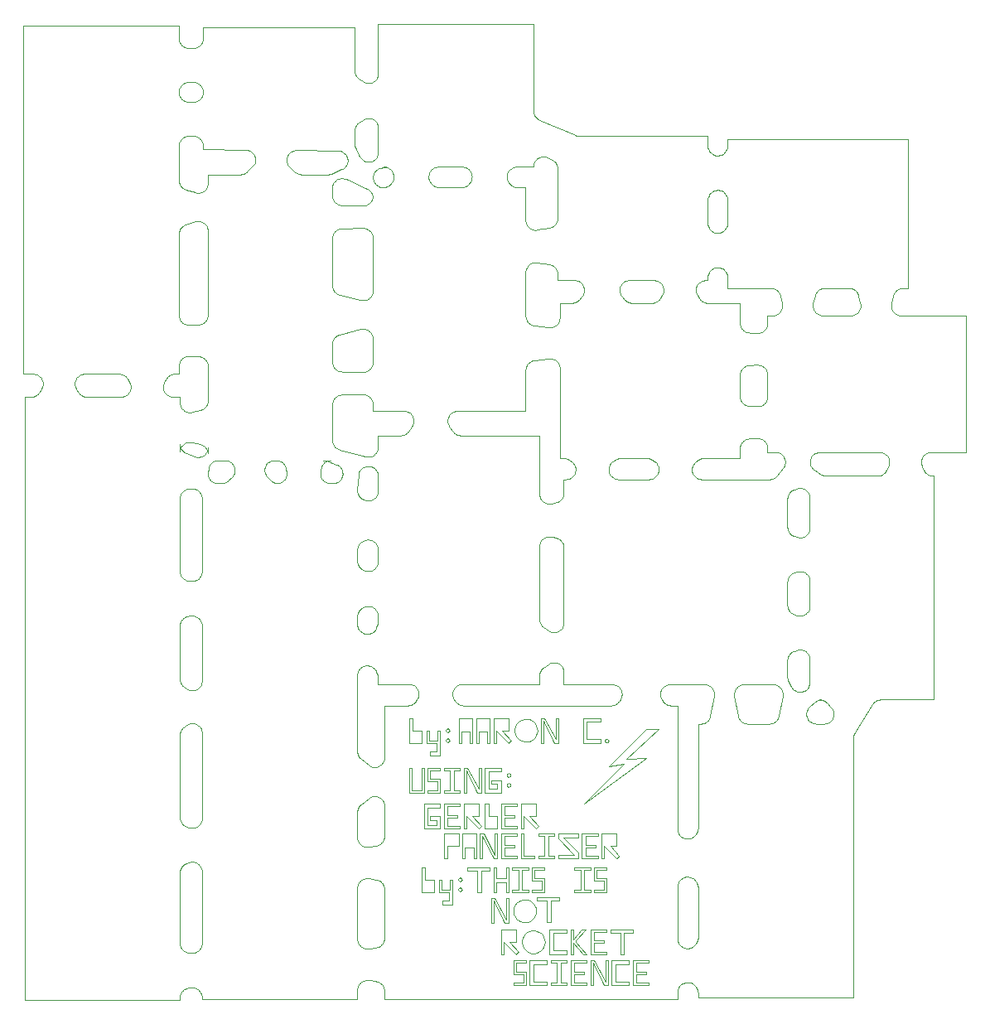
<source format=gko>
%MOIN*%
%OFA0B0*%
%FSLAX44Y44*%
%IPPOS*%
%LPD*%
%ADD10C,0*%
D10*
X00013387Y00017649D02*
X00013387Y00017649D01*
X00013387Y00018093D01*
X00013388Y00018117D01*
X00013390Y00018141D01*
X00013394Y00018164D01*
X00013399Y00018188D01*
X00013405Y00018210D01*
X00013413Y00018233D01*
X00013422Y00018255D01*
X00013432Y00018276D01*
X00013444Y00018297D01*
X00013457Y00018317D01*
X00013471Y00018336D01*
X00013486Y00018354D01*
X00013502Y00018372D01*
X00013520Y00018388D01*
X00013538Y00018403D01*
X00013557Y00018417D01*
X00013577Y00018430D01*
X00013598Y00018442D01*
X00013619Y00018452D01*
X00013641Y00018461D01*
X00013684Y00018478D01*
X00013720Y00018490D01*
X00013757Y00018498D01*
X00013795Y00018503D01*
X00013833Y00018504D01*
X00013871Y00018501D01*
X00013909Y00018494D01*
X00013946Y00018485D01*
X00013981Y00018471D01*
X00014015Y00018454D01*
X00014048Y00018434D01*
X00014078Y00018411D01*
X00014106Y00018385D01*
X00014131Y00018357D01*
X00014154Y00018326D01*
X00014173Y00018293D01*
X00014189Y00018259D01*
X00014202Y00018223D01*
X00014211Y00018186D01*
X00014216Y00018148D01*
X00014218Y00018110D01*
X00014218Y00017631D01*
X00014216Y00017593D01*
X00014210Y00017555D01*
X00014201Y00017517D01*
X00014188Y00017481D01*
X00014172Y00017446D01*
X00014152Y00017413D01*
X00014129Y00017382D01*
X00014103Y00017353D01*
X00014075Y00017328D01*
X00014044Y00017304D01*
X00014011Y00017285D01*
X00013976Y00017268D01*
X00013939Y00017255D01*
X00013902Y00017245D01*
X00013864Y00017240D01*
X00013825Y00017238D01*
X00013787Y00017240D01*
X00013749Y00017245D01*
X00013711Y00017254D01*
X00013675Y00017267D01*
X00013632Y00017285D01*
X00013610Y00017294D01*
X00013590Y00017305D01*
X00013570Y00017317D01*
X00013551Y00017330D01*
X00013532Y00017344D01*
X00013514Y00017359D01*
X00013498Y00017376D01*
X00013482Y00017393D01*
X00013468Y00017411D01*
X00013454Y00017430D01*
X00013442Y00017450D01*
X00013430Y00017470D01*
X00013420Y00017491D01*
X00013412Y00017513D01*
X00013404Y00017535D01*
X00013398Y00017557D01*
X00013393Y00017580D01*
X00013390Y00017603D01*
X00013388Y00017626D01*
X00013387Y00017649D01*
X00007137Y00020165D02*
X00007137Y00020165D01*
X00007137Y00017235D01*
X00007136Y00017204D01*
X00007132Y00017173D01*
X00007126Y00017143D01*
X00007118Y00017113D01*
X00007107Y00017084D01*
X00007094Y00017056D01*
X00007079Y00017029D01*
X00007061Y00017003D01*
X00007042Y00016979D01*
X00007021Y00016956D01*
X00006998Y00016935D01*
X00006973Y00016916D01*
X00006948Y00016899D01*
X00006920Y00016884D01*
X00006892Y00016871D01*
X00006863Y00016860D01*
X00006833Y00016852D01*
X00006802Y00016846D01*
X00006772Y00016843D01*
X00006740Y00016842D01*
X00006640Y00016842D01*
X00006609Y00016844D01*
X00006579Y00016848D01*
X00006549Y00016854D01*
X00006519Y00016862D01*
X00006490Y00016873D01*
X00006463Y00016886D01*
X00006436Y00016902D01*
X00006410Y00016919D01*
X00006386Y00016938D01*
X00006364Y00016959D01*
X00006343Y00016982D01*
X00006324Y00017006D01*
X00006307Y00017031D01*
X00006292Y00017058D01*
X00006279Y00017086D01*
X00006269Y00017115D01*
X00006260Y00017145D01*
X00006254Y00017175D01*
X00006251Y00017205D01*
X00006249Y00017236D01*
X00006249Y00020164D01*
X00006251Y00020195D01*
X00006254Y00020226D01*
X00006260Y00020256D01*
X00006269Y00020285D01*
X00006279Y00020314D01*
X00006292Y00020342D01*
X00006307Y00020369D01*
X00006324Y00020395D01*
X00006343Y00020419D01*
X00006364Y00020442D01*
X00006386Y00020463D01*
X00006410Y00020482D01*
X00006436Y00020499D01*
X00006463Y00020514D01*
X00006490Y00020527D01*
X00006519Y00020538D01*
X00006549Y00020547D01*
X00006579Y00020553D01*
X00006609Y00020557D01*
X00006640Y00020558D01*
X00006740Y00020559D01*
X00006772Y00020558D01*
X00006802Y00020555D01*
X00006833Y00020549D01*
X00006863Y00020540D01*
X00006892Y00020530D01*
X00006920Y00020517D01*
X00006948Y00020502D01*
X00006973Y00020485D01*
X00006998Y00020466D01*
X00007021Y00020445D01*
X00007042Y00020422D01*
X00007061Y00020398D01*
X00007079Y00020372D01*
X00007094Y00020345D01*
X00007107Y00020317D01*
X00007118Y00020287D01*
X00007126Y00020258D01*
X00007132Y00020227D01*
X00007136Y00020196D01*
X00007137Y00020165D01*
X00027406Y00028944D02*
X00027406Y00028944D01*
X00027490Y00028944D01*
X00027490Y00029073D01*
X00027494Y00029133D01*
X00027508Y00029192D01*
X00027531Y00029248D01*
X00027562Y00029300D01*
X00027600Y00029346D01*
X00027645Y00029386D01*
X00027696Y00029419D01*
X00027751Y00029443D01*
X00027810Y00029459D01*
X00027870Y00029466D01*
X00027930Y00029464D01*
X00027989Y00029452D01*
X00028046Y00029431D01*
X00028099Y00029402D01*
X00028147Y00029365D01*
X00028188Y00029321D01*
X00028223Y00029272D01*
X00028249Y00029218D01*
X00028267Y00029160D01*
X00028276Y00029100D01*
X00028280Y00029044D01*
X00028280Y00029043D01*
X00028280Y00029041D01*
X00028280Y00029040D01*
X00028280Y00029038D01*
X00028280Y00029037D01*
X00028281Y00029036D01*
X00028281Y00029034D01*
X00028281Y00029033D01*
X00028281Y00029032D01*
X00028281Y00029030D01*
X00028281Y00029029D01*
X00028281Y00029027D01*
X00028281Y00029026D01*
X00028281Y00029025D01*
X00028281Y00029023D01*
X00028281Y00029022D01*
X00028281Y00029021D01*
X00028281Y00029019D01*
X00028281Y00029018D01*
X00028281Y00029016D01*
X00028281Y00028625D01*
X00030021Y00028625D01*
X00030047Y00028625D01*
X00030073Y00028622D01*
X00030099Y00028618D01*
X00030125Y00028612D01*
X00030150Y00028604D01*
X00030174Y00028595D01*
X00030198Y00028584D01*
X00030221Y00028571D01*
X00030243Y00028557D01*
X00030264Y00028541D01*
X00030284Y00028525D01*
X00030303Y00028506D01*
X00030321Y00028487D01*
X00030337Y00028467D01*
X00030352Y00028445D01*
X00030365Y00028423D01*
X00030377Y00028399D01*
X00030388Y00028375D01*
X00030396Y00028350D01*
X00030404Y00028325D01*
X00030479Y00028016D01*
X00030486Y00027981D01*
X00030490Y00027946D01*
X00030490Y00027910D01*
X00030487Y00027875D01*
X00030481Y00027840D01*
X00030472Y00027805D01*
X00030460Y00027772D01*
X00030445Y00027739D01*
X00030427Y00027709D01*
X00030406Y00027680D01*
X00030383Y00027653D01*
X00030357Y00027628D01*
X00030330Y00027605D01*
X00030300Y00027586D01*
X00030269Y00027569D01*
X00030236Y00027555D01*
X00030202Y00027543D01*
X00030168Y00027535D01*
X00030132Y00027531D01*
X00030097Y00027529D01*
X00029893Y00027529D01*
X00029893Y00027219D01*
X00029892Y00027187D01*
X00029888Y00027156D01*
X00029882Y00027125D01*
X00029873Y00027095D01*
X00029862Y00027066D01*
X00029849Y00027037D01*
X00029833Y00027010D01*
X00029815Y00026984D01*
X00029795Y00026959D01*
X00029774Y00026936D01*
X00029750Y00026915D01*
X00029725Y00026896D01*
X00029699Y00026879D01*
X00029671Y00026865D01*
X00029642Y00026852D01*
X00029612Y00026842D01*
X00029582Y00026834D01*
X00029551Y00026829D01*
X00029519Y00026826D01*
X00029488Y00026825D01*
X00029167Y00026835D01*
X00029137Y00026837D01*
X00029107Y00026841D01*
X00029077Y00026848D01*
X00029048Y00026857D01*
X00029020Y00026868D01*
X00028993Y00026881D01*
X00028967Y00026897D01*
X00028942Y00026914D01*
X00028918Y00026933D01*
X00028896Y00026954D01*
X00028876Y00026977D01*
X00028857Y00027001D01*
X00028841Y00027026D01*
X00028826Y00027053D01*
X00028814Y00027080D01*
X00028803Y00027109D01*
X00028795Y00027138D01*
X00028790Y00027168D01*
X00028786Y00027198D01*
X00028785Y00027228D01*
X00028785Y00028029D01*
X00027486Y00028029D01*
X00027466Y00028030D01*
X00027446Y00028031D01*
X00027426Y00028034D01*
X00027407Y00028037D01*
X00027387Y00028041D01*
X00027368Y00028047D01*
X00027350Y00028053D01*
X00027331Y00028061D01*
X00027313Y00028069D01*
X00027295Y00028078D01*
X00027278Y00028088D01*
X00027262Y00028099D01*
X00027246Y00028111D01*
X00027230Y00028123D01*
X00027215Y00028137D01*
X00027201Y00028151D01*
X00027188Y00028165D01*
X00027175Y00028181D01*
X00027164Y00028197D01*
X00027153Y00028213D01*
X00027073Y00028340D01*
X00027052Y00028377D01*
X00027036Y00028415D01*
X00027023Y00028456D01*
X00027016Y00028497D01*
X00027012Y00028539D01*
X00027013Y00028581D01*
X00027019Y00028622D01*
X00027029Y00028663D01*
X00027043Y00028702D01*
X00027061Y00028740D01*
X00027083Y00028776D01*
X00027109Y00028809D01*
X00027138Y00028839D01*
X00027171Y00028866D01*
X00027206Y00028889D01*
X00027243Y00028908D01*
X00027282Y00028924D01*
X00027322Y00028935D01*
X00027364Y00028941D01*
X00027406Y00028944D01*
X00021440Y00033443D02*
X00021440Y00033443D01*
X00021440Y00031436D01*
X00021439Y00031408D01*
X00021436Y00031380D01*
X00021431Y00031353D01*
X00021424Y00031326D01*
X00021415Y00031300D01*
X00021405Y00031274D01*
X00021392Y00031249D01*
X00021378Y00031225D01*
X00021363Y00031202D01*
X00021345Y00031180D01*
X00021326Y00031160D01*
X00021306Y00031140D01*
X00021285Y00031123D01*
X00021262Y00031107D01*
X00021238Y00031092D01*
X00021213Y00031080D01*
X00021188Y00031069D01*
X00021161Y00031060D01*
X00021134Y00031052D01*
X00021107Y00031047D01*
X00020616Y00030970D01*
X00020582Y00030966D01*
X00020548Y00030965D01*
X00020514Y00030967D01*
X00020480Y00030972D01*
X00020447Y00030980D01*
X00020415Y00030991D01*
X00020384Y00031004D01*
X00020354Y00031020D01*
X00020325Y00031039D01*
X00020299Y00031060D01*
X00020274Y00031083D01*
X00020251Y00031108D01*
X00020231Y00031135D01*
X00020213Y00031164D01*
X00020197Y00031194D01*
X00020184Y00031225D01*
X00020174Y00031258D01*
X00020167Y00031291D01*
X00020162Y00031325D01*
X00020161Y00031359D01*
X00020161Y00032685D01*
X00019817Y00032685D01*
X00019796Y00032685D01*
X00019774Y00032687D01*
X00019754Y00032690D01*
X00019733Y00032694D01*
X00019712Y00032699D01*
X00019692Y00032705D01*
X00019672Y00032712D01*
X00019653Y00032720D01*
X00019634Y00032729D01*
X00019616Y00032740D01*
X00019598Y00032751D01*
X00019581Y00032763D01*
X00019564Y00032776D01*
X00019548Y00032790D01*
X00019533Y00032805D01*
X00019519Y00032821D01*
X00019506Y00032837D01*
X00019493Y00032854D01*
X00019482Y00032872D01*
X00019471Y00032890D01*
X00019453Y00032923D01*
X00019435Y00032960D01*
X00019421Y00032998D01*
X00019412Y00033038D01*
X00019406Y00033078D01*
X00019405Y00033119D01*
X00019408Y00033160D01*
X00019415Y00033200D01*
X00019426Y00033239D01*
X00019441Y00033277D01*
X00019460Y00033313D01*
X00019482Y00033347D01*
X00019508Y00033378D01*
X00019537Y00033407D01*
X00019569Y00033432D01*
X00019604Y00033454D01*
X00019640Y00033472D01*
X00019678Y00033487D01*
X00019717Y00033497D01*
X00019758Y00033503D01*
X00019798Y00033505D01*
X00020476Y00033505D01*
X00020476Y00033530D01*
X00020478Y00033570D01*
X00020484Y00033610D01*
X00020494Y00033648D01*
X00020508Y00033686D01*
X00020525Y00033722D01*
X00020547Y00033755D01*
X00020571Y00033787D01*
X00020599Y00033816D01*
X00020629Y00033842D01*
X00020662Y00033865D01*
X00020697Y00033884D01*
X00020733Y00033900D01*
X00020772Y00033912D01*
X00020811Y00033920D01*
X00020850Y00033923D01*
X00020890Y00033923D01*
X00020930Y00033919D01*
X00020969Y00033911D01*
X00021007Y00033899D01*
X00021044Y00033883D01*
X00021220Y00033796D01*
X00021240Y00033786D01*
X00021258Y00033775D01*
X00021277Y00033762D01*
X00021294Y00033749D01*
X00021310Y00033735D01*
X00021326Y00033720D01*
X00021341Y00033704D01*
X00021355Y00033687D01*
X00021368Y00033669D01*
X00021380Y00033651D01*
X00021391Y00033632D01*
X00021401Y00033613D01*
X00021410Y00033592D01*
X00021418Y00033572D01*
X00021425Y00033551D01*
X00021430Y00033530D01*
X00021434Y00033508D01*
X00021437Y00033487D01*
X00021439Y00033465D01*
X00021440Y00033443D01*
X00020176Y00000584D02*
X00020176Y00000584D01*
X00019676Y00000584D01*
X00019676Y00000684D01*
X00020076Y00000684D01*
X00020076Y00001034D01*
X00019676Y00001034D01*
X00019676Y00001584D01*
X00020176Y00001584D01*
X00020176Y00001484D01*
X00019776Y00001484D01*
X00019776Y00001134D01*
X00020176Y00001134D01*
X00020176Y00000584D01*
X00021026Y00000584D02*
X00021026Y00000584D01*
X00020326Y00000584D01*
X00020326Y00001584D01*
X00021026Y00001584D01*
X00021026Y00001434D01*
X00020476Y00001434D01*
X00020476Y00000734D01*
X00021026Y00000734D01*
X00021026Y00000584D01*
X00021826Y00000584D02*
X00021826Y00000584D01*
X00021176Y00000584D01*
X00021176Y00000684D01*
X00021426Y00000684D01*
X00021426Y00001484D01*
X00021176Y00001484D01*
X00021176Y00001584D01*
X00021826Y00001584D01*
X00021826Y00001484D01*
X00021576Y00001484D01*
X00021576Y00000684D01*
X00021826Y00000684D01*
X00021826Y00000584D01*
X00022626Y00000584D02*
X00022626Y00000584D01*
X00021976Y00000584D01*
X00021976Y00001584D01*
X00022626Y00001584D01*
X00022626Y00001484D01*
X00022126Y00001484D01*
X00022126Y00001134D01*
X00022526Y00001134D01*
X00022526Y00001034D01*
X00022126Y00001034D01*
X00022126Y00000684D01*
X00022626Y00000684D01*
X00022626Y00000584D01*
X00022876Y00000584D02*
X00022876Y00000584D01*
X00022776Y00000584D01*
X00022776Y00001584D01*
X00022926Y00001584D01*
X00023376Y00000734D01*
X00023376Y00001584D01*
X00023476Y00001584D01*
X00023476Y00000584D01*
X00023326Y00000584D01*
X00022876Y00001484D01*
X00022876Y00000584D01*
X00024326Y00000584D02*
X00024326Y00000584D01*
X00023626Y00000584D01*
X00023626Y00001584D01*
X00024326Y00001584D01*
X00024326Y00001434D01*
X00023776Y00001434D01*
X00023776Y00000734D01*
X00024326Y00000734D01*
X00024326Y00000584D01*
X00024476Y00000584D02*
X00024476Y00000584D01*
X00024476Y00001584D01*
X00025126Y00001584D01*
X00025126Y00001484D01*
X00024626Y00001484D01*
X00024626Y00001134D01*
X00025026Y00001134D01*
X00025026Y00001034D01*
X00024626Y00001034D01*
X00024626Y00000684D01*
X00025126Y00000684D01*
X00025126Y00000584D01*
X00024476Y00000584D01*
X00020501Y00001863D02*
X00020501Y00001863D01*
X00020401Y00001868D01*
X00020305Y00001895D01*
X00020217Y00001942D01*
X00020141Y00002006D01*
X00020081Y00002086D01*
X00020039Y00002176D01*
X00020018Y00002273D01*
X00020018Y00002373D01*
X00020039Y00002470D01*
X00020081Y00002561D01*
X00020141Y00002640D01*
X00020217Y00002705D01*
X00020305Y00002751D01*
X00020401Y00002778D01*
X00020501Y00002783D01*
X00020599Y00002767D01*
X00020692Y00002730D01*
X00020774Y00002675D01*
X00020843Y00002602D01*
X00020894Y00002517D01*
X00020926Y00002422D01*
X00020937Y00002323D01*
X00020926Y00002224D01*
X00020894Y00002130D01*
X00020843Y00002044D01*
X00020774Y00001972D01*
X00020692Y00001916D01*
X00020599Y00001879D01*
X00020501Y00001863D01*
X00019276Y00001834D02*
X00019276Y00001834D01*
X00019176Y00001834D01*
X00019176Y00002834D01*
X00019776Y00002834D01*
X00019776Y00002334D01*
X00019526Y00002334D01*
X00019876Y00001934D01*
X00019826Y00001884D01*
X00019776Y00001834D01*
X00019276Y00002334D01*
X00019276Y00001834D01*
X00021826Y00001834D02*
X00021826Y00001834D01*
X00021126Y00001834D01*
X00021126Y00002834D01*
X00021826Y00002834D01*
X00021826Y00002684D01*
X00021276Y00002684D01*
X00021276Y00001984D01*
X00021826Y00001984D01*
X00021826Y00001834D01*
X00022076Y00001834D02*
X00022076Y00001834D01*
X00021976Y00001834D01*
X00021976Y00002834D01*
X00022076Y00002834D01*
X00022076Y00002434D01*
X00022426Y00002834D01*
X00022576Y00002834D01*
X00022176Y00002384D01*
X00022176Y00002334D01*
X00022626Y00001834D01*
X00022476Y00001834D01*
X00022076Y00002284D01*
X00022076Y00001834D01*
X00023426Y00001834D02*
X00023426Y00001834D01*
X00022776Y00001834D01*
X00022776Y00002834D01*
X00023426Y00002834D01*
X00023426Y00002734D01*
X00022926Y00002734D01*
X00022926Y00002384D01*
X00023326Y00002384D01*
X00023326Y00002284D01*
X00022926Y00002284D01*
X00022926Y00001934D01*
X00023426Y00001934D01*
X00023426Y00001834D01*
X00023976Y00001834D02*
X00023976Y00001834D01*
X00023976Y00002684D01*
X00023576Y00002684D01*
X00023576Y00002834D01*
X00024476Y00002834D01*
X00024476Y00002684D01*
X00024126Y00002684D01*
X00024126Y00001834D01*
X00023976Y00001834D01*
X00020151Y00003113D02*
X00020151Y00003113D01*
X00020051Y00003118D01*
X00019955Y00003145D01*
X00019867Y00003192D01*
X00019791Y00003256D01*
X00019731Y00003336D01*
X00019689Y00003426D01*
X00019668Y00003523D01*
X00019668Y00003623D01*
X00019689Y00003720D01*
X00019731Y00003811D01*
X00019791Y00003890D01*
X00019867Y00003955D01*
X00019955Y00004001D01*
X00020051Y00004028D01*
X00020151Y00004033D01*
X00020249Y00004017D01*
X00020342Y00003980D01*
X00020424Y00003925D01*
X00020493Y00003852D01*
X00020544Y00003767D01*
X00020576Y00003672D01*
X00020587Y00003573D01*
X00020576Y00003474D01*
X00020544Y00003380D01*
X00020493Y00003294D01*
X00020424Y00003222D01*
X00020342Y00003166D01*
X00020249Y00003129D01*
X00020151Y00003113D01*
X00018876Y00003084D02*
X00018876Y00003084D01*
X00018776Y00003084D01*
X00018776Y00004084D01*
X00018926Y00004084D01*
X00019376Y00003234D01*
X00019376Y00004084D01*
X00019476Y00004084D01*
X00019476Y00003084D01*
X00019326Y00003084D01*
X00018876Y00003984D01*
X00018876Y00003084D01*
X00021026Y00003134D02*
X00021026Y00003134D01*
X00021026Y00003984D01*
X00020626Y00003984D01*
X00020626Y00004134D01*
X00021526Y00004134D01*
X00021526Y00003984D01*
X00021176Y00003984D01*
X00021176Y00003134D01*
X00021026Y00003134D01*
X00017530Y00004364D02*
X00017530Y00004364D01*
X00017514Y00004364D01*
X00017500Y00004368D01*
X00017486Y00004376D01*
X00017475Y00004386D01*
X00017465Y00004398D01*
X00017459Y00004412D01*
X00017456Y00004427D01*
X00017456Y00004442D01*
X00017459Y00004457D01*
X00017465Y00004471D01*
X00017475Y00004483D01*
X00017486Y00004493D01*
X00017500Y00004500D01*
X00017514Y00004504D01*
X00017530Y00004505D01*
X00017545Y00004502D01*
X00017559Y00004497D01*
X00017572Y00004488D01*
X00017582Y00004477D01*
X00017590Y00004464D01*
X00017595Y00004449D01*
X00017597Y00004434D01*
X00017595Y00004419D01*
X00017590Y00004404D01*
X00017582Y00004391D01*
X00017572Y00004380D01*
X00017559Y00004372D01*
X00017545Y00004366D01*
X00017530Y00004364D01*
X00017226Y00003834D02*
X00017226Y00003834D01*
X00016826Y00003834D01*
X00016826Y00003984D01*
X00017076Y00003984D01*
X00017076Y00004334D01*
X00016676Y00004334D01*
X00016676Y00004834D01*
X00016776Y00004834D01*
X00016776Y00004434D01*
X00017126Y00004434D01*
X00017126Y00004834D01*
X00017226Y00004834D01*
X00017226Y00003834D01*
X00017530Y00004764D02*
X00017530Y00004764D01*
X00017514Y00004764D01*
X00017500Y00004768D01*
X00017486Y00004776D01*
X00017475Y00004786D01*
X00017465Y00004798D01*
X00017459Y00004812D01*
X00017456Y00004827D01*
X00017456Y00004842D01*
X00017459Y00004857D01*
X00017465Y00004871D01*
X00017475Y00004883D01*
X00017486Y00004893D01*
X00017500Y00004900D01*
X00017514Y00004904D01*
X00017530Y00004905D01*
X00017545Y00004902D01*
X00017559Y00004897D01*
X00017572Y00004888D01*
X00017582Y00004877D01*
X00017590Y00004864D01*
X00017595Y00004849D01*
X00017597Y00004834D01*
X00017595Y00004819D01*
X00017590Y00004804D01*
X00017582Y00004791D01*
X00017572Y00004780D01*
X00017559Y00004772D01*
X00017545Y00004766D01*
X00017530Y00004764D01*
X00016476Y00004334D02*
X00016476Y00004334D01*
X00015976Y00004334D01*
X00015976Y00005334D01*
X00016126Y00005334D01*
X00016126Y00004834D01*
X00016476Y00004834D01*
X00016476Y00004334D01*
X00020276Y00004334D02*
X00020276Y00004334D01*
X00019626Y00004334D01*
X00019626Y00004434D01*
X00019876Y00004434D01*
X00019876Y00005234D01*
X00019626Y00005234D01*
X00019626Y00005334D01*
X00020276Y00005334D01*
X00020276Y00005234D01*
X00020026Y00005234D01*
X00020026Y00004434D01*
X00020276Y00004434D01*
X00020276Y00004334D01*
X00018376Y00004334D02*
X00018376Y00004334D01*
X00018226Y00004334D01*
X00018226Y00005184D01*
X00017826Y00005184D01*
X00017826Y00005334D01*
X00018726Y00005334D01*
X00018726Y00005184D01*
X00018376Y00005184D01*
X00018376Y00004334D01*
X00018976Y00004334D02*
X00018976Y00004334D01*
X00018876Y00004334D01*
X00018876Y00005334D01*
X00018976Y00005334D01*
X00018976Y00004884D01*
X00019376Y00004884D01*
X00019376Y00005334D01*
X00019476Y00005334D01*
X00019476Y00004334D01*
X00019376Y00004334D01*
X00019376Y00004734D01*
X00018976Y00004734D01*
X00018976Y00004334D01*
X00022776Y00004334D02*
X00022776Y00004334D01*
X00022126Y00004334D01*
X00022126Y00004434D01*
X00022376Y00004434D01*
X00022376Y00005234D01*
X00022126Y00005234D01*
X00022126Y00005334D01*
X00022776Y00005334D01*
X00022776Y00005234D01*
X00022526Y00005234D01*
X00022526Y00004434D01*
X00022776Y00004434D01*
X00022776Y00004334D01*
X00020926Y00004334D02*
X00020926Y00004334D01*
X00020426Y00004334D01*
X00020426Y00004434D01*
X00020826Y00004434D01*
X00020826Y00004784D01*
X00020426Y00004784D01*
X00020426Y00005334D01*
X00020926Y00005334D01*
X00020926Y00005234D01*
X00020526Y00005234D01*
X00020526Y00004884D01*
X00020926Y00004884D01*
X00020926Y00004334D01*
X00023426Y00004334D02*
X00023426Y00004334D01*
X00022926Y00004334D01*
X00022926Y00004434D01*
X00023326Y00004434D01*
X00023326Y00004784D01*
X00022926Y00004784D01*
X00022926Y00005334D01*
X00023426Y00005334D01*
X00023426Y00005234D01*
X00023026Y00005234D01*
X00023026Y00004884D01*
X00023426Y00004884D01*
X00023426Y00004334D01*
X00017026Y00005684D02*
X00017026Y00005684D01*
X00016876Y00005684D01*
X00016876Y00006684D01*
X00017476Y00006684D01*
X00017476Y00006184D01*
X00017026Y00006184D01*
X00017026Y00005684D01*
X00017726Y00005684D02*
X00017726Y00005684D01*
X00017626Y00005684D01*
X00017626Y00006684D01*
X00018176Y00006684D01*
X00018176Y00005684D01*
X00018076Y00005684D01*
X00018076Y00006134D01*
X00017726Y00006134D01*
X00017726Y00005684D01*
X00018426Y00005684D02*
X00018426Y00005684D01*
X00018326Y00005684D01*
X00018326Y00006684D01*
X00018476Y00006684D01*
X00018926Y00005834D01*
X00018926Y00006684D01*
X00019026Y00006684D01*
X00019026Y00005684D01*
X00018876Y00005684D01*
X00018426Y00006584D01*
X00018426Y00005684D01*
X00019826Y00005684D02*
X00019826Y00005684D01*
X00019176Y00005684D01*
X00019176Y00006684D01*
X00019826Y00006684D01*
X00019826Y00006584D01*
X00019326Y00006584D01*
X00019326Y00006234D01*
X00019726Y00006234D01*
X00019726Y00006134D01*
X00019326Y00006134D01*
X00019326Y00005784D01*
X00019826Y00005784D01*
X00019826Y00005684D01*
X00020526Y00005684D02*
X00020526Y00005684D01*
X00019976Y00005684D01*
X00019976Y00006684D01*
X00020076Y00006684D01*
X00020076Y00005784D01*
X00020526Y00005784D01*
X00020526Y00005684D01*
X00021326Y00005684D02*
X00021326Y00005684D01*
X00020676Y00005684D01*
X00020676Y00005784D01*
X00020926Y00005784D01*
X00020926Y00006584D01*
X00020676Y00006584D01*
X00020676Y00006684D01*
X00021326Y00006684D01*
X00021326Y00006584D01*
X00021076Y00006584D01*
X00021076Y00005784D01*
X00021326Y00005784D01*
X00021326Y00005684D01*
X00022276Y00005684D02*
X00022276Y00005684D01*
X00021476Y00005684D01*
X00021476Y00005834D01*
X00022126Y00005834D01*
X00021476Y00006484D01*
X00021476Y00006684D01*
X00022276Y00006684D01*
X00022276Y00006534D01*
X00021676Y00006534D01*
X00022276Y00005934D01*
X00022276Y00005684D01*
X00023326Y00005684D02*
X00023326Y00005684D01*
X00023226Y00005684D01*
X00023226Y00006684D01*
X00023826Y00006684D01*
X00023826Y00006184D01*
X00023576Y00006184D01*
X00023926Y00005784D01*
X00023876Y00005734D01*
X00023826Y00005684D01*
X00023326Y00006184D01*
X00023326Y00005684D01*
X00022426Y00005684D02*
X00022426Y00005684D01*
X00022426Y00006684D01*
X00023076Y00006684D01*
X00023076Y00006584D01*
X00022576Y00006584D01*
X00022576Y00006234D01*
X00022976Y00006234D01*
X00022976Y00006134D01*
X00022576Y00006134D01*
X00022576Y00005784D01*
X00023076Y00005784D01*
X00023076Y00005684D01*
X00022426Y00005684D01*
X00016726Y00006884D02*
X00016726Y00006884D01*
X00016076Y00006884D01*
X00016076Y00007884D01*
X00016726Y00007884D01*
X00016726Y00007734D01*
X00016226Y00007734D01*
X00016226Y00007034D01*
X00016576Y00007034D01*
X00016576Y00007234D01*
X00016326Y00007234D01*
X00016326Y00007384D01*
X00016726Y00007384D01*
X00016726Y00006884D01*
X00016876Y00006884D02*
X00016876Y00006884D01*
X00016876Y00007884D01*
X00017526Y00007884D01*
X00017526Y00007784D01*
X00017026Y00007784D01*
X00017026Y00007434D01*
X00017426Y00007434D01*
X00017426Y00007334D01*
X00017026Y00007334D01*
X00017026Y00006984D01*
X00017526Y00006984D01*
X00017526Y00006884D01*
X00016876Y00006884D01*
X00017776Y00006884D02*
X00017776Y00006884D01*
X00017676Y00006884D01*
X00017676Y00007884D01*
X00018276Y00007884D01*
X00018276Y00007384D01*
X00018026Y00007384D01*
X00018376Y00006984D01*
X00018326Y00006934D01*
X00018276Y00006884D01*
X00017776Y00007384D01*
X00017776Y00006884D01*
X00019026Y00006884D02*
X00019026Y00006884D01*
X00018526Y00006884D01*
X00018526Y00007884D01*
X00018676Y00007884D01*
X00018676Y00007384D01*
X00019026Y00007384D01*
X00019026Y00006884D01*
X00020076Y00006884D02*
X00020076Y00006884D01*
X00019976Y00006884D01*
X00019976Y00007884D01*
X00020576Y00007884D01*
X00020576Y00007384D01*
X00020326Y00007384D01*
X00020676Y00006984D01*
X00020576Y00006884D01*
X00020076Y00007384D01*
X00020076Y00006884D01*
X00019176Y00006884D02*
X00019176Y00006884D01*
X00019176Y00007884D01*
X00019826Y00007884D01*
X00019826Y00007784D01*
X00019326Y00007784D01*
X00019326Y00007434D01*
X00019726Y00007434D01*
X00019726Y00007334D01*
X00019326Y00007334D01*
X00019326Y00006984D01*
X00019826Y00006984D01*
X00019826Y00006884D01*
X00019176Y00006884D01*
X00019480Y00008564D02*
X00019480Y00008564D01*
X00019464Y00008564D01*
X00019450Y00008568D01*
X00019436Y00008576D01*
X00019425Y00008586D01*
X00019415Y00008598D01*
X00019409Y00008612D01*
X00019406Y00008627D01*
X00019406Y00008642D01*
X00019409Y00008657D01*
X00019415Y00008671D01*
X00019425Y00008683D01*
X00019436Y00008693D01*
X00019450Y00008700D01*
X00019464Y00008704D01*
X00019480Y00008705D01*
X00019495Y00008702D01*
X00019509Y00008697D01*
X00019522Y00008688D01*
X00019532Y00008677D01*
X00019540Y00008664D01*
X00019545Y00008649D01*
X00019547Y00008634D01*
X00019545Y00008619D01*
X00019540Y00008604D01*
X00019532Y00008591D01*
X00019522Y00008580D01*
X00019509Y00008572D01*
X00019495Y00008566D01*
X00019480Y00008564D01*
X00019480Y00008964D02*
X00019480Y00008964D01*
X00019464Y00008964D01*
X00019450Y00008968D01*
X00019436Y00008976D01*
X00019425Y00008986D01*
X00019415Y00008998D01*
X00019409Y00009012D01*
X00019406Y00009027D01*
X00019406Y00009042D01*
X00019409Y00009057D01*
X00019415Y00009071D01*
X00019425Y00009083D01*
X00019436Y00009093D01*
X00019450Y00009100D01*
X00019464Y00009104D01*
X00019480Y00009105D01*
X00019495Y00009102D01*
X00019509Y00009097D01*
X00019522Y00009088D01*
X00019532Y00009077D01*
X00019540Y00009064D01*
X00019545Y00009049D01*
X00019547Y00009034D01*
X00019545Y00009019D01*
X00019540Y00009004D01*
X00019532Y00008991D01*
X00019522Y00008980D01*
X00019509Y00008972D01*
X00019495Y00008966D01*
X00019480Y00008964D01*
X00016076Y00008334D02*
X00016076Y00008334D01*
X00015476Y00008334D01*
X00015476Y00009334D01*
X00015576Y00009334D01*
X00015576Y00008434D01*
X00015976Y00008434D01*
X00015976Y00009334D01*
X00016076Y00009334D01*
X00016076Y00008334D01*
X00016726Y00008334D02*
X00016726Y00008334D01*
X00016226Y00008334D01*
X00016226Y00008434D01*
X00016626Y00008434D01*
X00016626Y00008784D01*
X00016226Y00008784D01*
X00016226Y00009334D01*
X00016726Y00009334D01*
X00016726Y00009234D01*
X00016326Y00009234D01*
X00016326Y00008884D01*
X00016726Y00008884D01*
X00016726Y00008334D01*
X00017526Y00008334D02*
X00017526Y00008334D01*
X00016876Y00008334D01*
X00016876Y00008434D01*
X00017126Y00008434D01*
X00017126Y00009234D01*
X00016876Y00009234D01*
X00016876Y00009334D01*
X00017526Y00009334D01*
X00017526Y00009234D01*
X00017276Y00009234D01*
X00017276Y00008434D01*
X00017526Y00008434D01*
X00017526Y00008334D01*
X00017776Y00008334D02*
X00017776Y00008334D01*
X00017676Y00008334D01*
X00017676Y00009334D01*
X00017826Y00009334D01*
X00018276Y00008484D01*
X00018276Y00009334D01*
X00018376Y00009334D01*
X00018376Y00008334D01*
X00018226Y00008334D01*
X00017776Y00009234D01*
X00017776Y00008334D01*
X00019176Y00008334D02*
X00019176Y00008334D01*
X00018526Y00008334D01*
X00018526Y00009334D01*
X00019176Y00009334D01*
X00019176Y00009184D01*
X00018676Y00009184D01*
X00018676Y00008484D01*
X00019026Y00008484D01*
X00019026Y00008684D01*
X00018776Y00008684D01*
X00018776Y00008834D01*
X00019176Y00008834D01*
X00019176Y00008334D01*
X00023430Y00010343D02*
X00023430Y00010343D01*
X00023414Y00010344D01*
X00023400Y00010348D01*
X00023386Y00010355D01*
X00023375Y00010365D01*
X00023365Y00010377D01*
X00023359Y00010391D01*
X00023356Y00010406D01*
X00023356Y00010421D01*
X00023359Y00010436D01*
X00023365Y00010450D01*
X00023375Y00010462D01*
X00023386Y00010472D01*
X00023400Y00010479D01*
X00023414Y00010483D01*
X00023430Y00010484D01*
X00023445Y00010482D01*
X00023459Y00010476D01*
X00023472Y00010467D01*
X00023482Y00010456D01*
X00023490Y00010443D01*
X00023495Y00010429D01*
X00023497Y00010413D01*
X00023495Y00010398D01*
X00023490Y00010384D01*
X00023482Y00010371D01*
X00023472Y00010360D01*
X00023459Y00010351D01*
X00023445Y00010345D01*
X00023430Y00010343D01*
X00017030Y00010364D02*
X00017030Y00010364D01*
X00017014Y00010364D01*
X00017000Y00010368D01*
X00016986Y00010376D01*
X00016975Y00010386D01*
X00016965Y00010398D01*
X00016959Y00010412D01*
X00016956Y00010427D01*
X00016956Y00010442D01*
X00016959Y00010457D01*
X00016965Y00010471D01*
X00016975Y00010483D01*
X00016986Y00010493D01*
X00017000Y00010500D01*
X00017014Y00010504D01*
X00017030Y00010505D01*
X00017045Y00010502D01*
X00017059Y00010497D01*
X00017072Y00010488D01*
X00017082Y00010477D01*
X00017090Y00010464D01*
X00017095Y00010449D01*
X00017097Y00010434D01*
X00017095Y00010419D01*
X00017090Y00010404D01*
X00017082Y00010391D01*
X00017072Y00010380D01*
X00017059Y00010372D01*
X00017045Y00010366D01*
X00017030Y00010364D01*
X00016326Y00009834D02*
X00016326Y00009834D01*
X00016326Y00009984D01*
X00016576Y00009984D01*
X00016576Y00010334D01*
X00016176Y00010334D01*
X00016176Y00010834D01*
X00016276Y00010834D01*
X00016276Y00010434D01*
X00016626Y00010434D01*
X00016626Y00010834D01*
X00016726Y00010834D01*
X00016726Y00009834D01*
X00016326Y00009834D01*
X00022526Y00007884D02*
X00022526Y00007884D01*
X00024126Y00009484D01*
X00023526Y00009384D01*
X00025026Y00010884D01*
X00025526Y00010884D01*
X00024226Y00009684D01*
X00025026Y00009734D01*
X00024876Y00009634D01*
X00022526Y00007884D01*
X00017030Y00010764D02*
X00017030Y00010764D01*
X00017014Y00010764D01*
X00017000Y00010768D01*
X00016986Y00010776D01*
X00016975Y00010786D01*
X00016965Y00010798D01*
X00016959Y00010812D01*
X00016956Y00010827D01*
X00016956Y00010842D01*
X00016959Y00010857D01*
X00016965Y00010871D01*
X00016975Y00010883D01*
X00016986Y00010893D01*
X00017000Y00010900D01*
X00017014Y00010904D01*
X00017030Y00010905D01*
X00017045Y00010902D01*
X00017059Y00010897D01*
X00017072Y00010888D01*
X00017082Y00010877D01*
X00017090Y00010864D01*
X00017095Y00010849D01*
X00017097Y00010834D01*
X00017095Y00010819D01*
X00017090Y00010804D01*
X00017082Y00010791D01*
X00017072Y00010780D01*
X00017059Y00010772D01*
X00017045Y00010766D01*
X00017030Y00010764D01*
X00020201Y00010374D02*
X00020201Y00010374D01*
X00020101Y00010379D01*
X00020005Y00010406D01*
X00019917Y00010453D01*
X00019841Y00010517D01*
X00019781Y00010596D01*
X00019739Y00010687D01*
X00019718Y00010784D01*
X00019718Y00010884D01*
X00019739Y00010981D01*
X00019781Y00011072D01*
X00019841Y00011151D01*
X00019917Y00011216D01*
X00020005Y00011262D01*
X00020101Y00011289D01*
X00020201Y00011294D01*
X00020299Y00011278D01*
X00020392Y00011241D01*
X00020474Y00011185D01*
X00020543Y00011113D01*
X00020594Y00011028D01*
X00020626Y00010933D01*
X00020637Y00010834D01*
X00020626Y00010735D01*
X00020594Y00010641D01*
X00020543Y00010555D01*
X00020474Y00010483D01*
X00020392Y00010427D01*
X00020299Y00010390D01*
X00020201Y00010374D01*
X00015476Y00010334D02*
X00015476Y00010334D01*
X00015476Y00011334D01*
X00015626Y00011334D01*
X00015626Y00010834D01*
X00015976Y00010834D01*
X00015976Y00010334D01*
X00015476Y00010334D01*
X00017576Y00010334D02*
X00017576Y00010334D01*
X00017476Y00010334D01*
X00017476Y00011334D01*
X00018026Y00011334D01*
X00018026Y00010334D01*
X00017926Y00010334D01*
X00017926Y00010784D01*
X00017576Y00010784D01*
X00017576Y00010334D01*
X00018176Y00010334D02*
X00018176Y00010334D01*
X00018176Y00011334D01*
X00018726Y00011334D01*
X00018726Y00010334D01*
X00018626Y00010334D01*
X00018626Y00010784D01*
X00018276Y00010784D01*
X00018276Y00010334D01*
X00018176Y00010334D01*
X00018976Y00010334D02*
X00018976Y00010334D01*
X00018876Y00010334D01*
X00018876Y00011334D01*
X00019476Y00011334D01*
X00019476Y00010834D01*
X00019226Y00010834D01*
X00019576Y00010434D01*
X00019526Y00010384D01*
X00019476Y00010334D01*
X00018976Y00010834D01*
X00018976Y00010334D01*
X00020876Y00010334D02*
X00020876Y00010334D01*
X00020776Y00010334D01*
X00020776Y00011334D01*
X00020926Y00011334D01*
X00021376Y00010484D01*
X00021376Y00011334D01*
X00021476Y00011334D01*
X00021476Y00010334D01*
X00021326Y00010334D01*
X00020876Y00011234D01*
X00020876Y00010334D01*
X00023176Y00010334D02*
X00023176Y00010334D01*
X00022476Y00010334D01*
X00022476Y00011334D01*
X00023176Y00011334D01*
X00023176Y00011184D01*
X00022626Y00011184D01*
X00022626Y00010484D01*
X00023176Y00010484D01*
X00023176Y00010334D01*
X00023598Y00011834D02*
X00023598Y00011834D01*
X00017657Y00011834D01*
X00017637Y00011835D01*
X00017617Y00011836D01*
X00017597Y00011839D01*
X00017578Y00011842D01*
X00017559Y00011846D01*
X00017540Y00011852D01*
X00017521Y00011858D01*
X00017503Y00011865D01*
X00017485Y00011874D01*
X00017467Y00011883D01*
X00017450Y00011893D01*
X00017433Y00011903D01*
X00017417Y00011915D01*
X00017402Y00011927D01*
X00017387Y00011941D01*
X00017373Y00011955D01*
X00017360Y00011969D01*
X00017347Y00011984D01*
X00017335Y00012000D01*
X00017324Y00012017D01*
X00017276Y00012093D01*
X00017255Y00012130D01*
X00017238Y00012169D01*
X00017226Y00012209D01*
X00017218Y00012250D01*
X00017214Y00012292D01*
X00017215Y00012334D01*
X00017220Y00012376D01*
X00017230Y00012417D01*
X00017244Y00012456D01*
X00017263Y00012494D01*
X00017285Y00012530D01*
X00017311Y00012563D01*
X00017340Y00012593D01*
X00017372Y00012620D01*
X00017407Y00012643D01*
X00017445Y00012663D01*
X00017484Y00012678D01*
X00017524Y00012689D01*
X00017566Y00012696D01*
X00017608Y00012698D01*
X00020718Y00012698D01*
X00020718Y00013043D01*
X00020718Y00013062D01*
X00020720Y00013081D01*
X00020722Y00013100D01*
X00020725Y00013118D01*
X00020729Y00013137D01*
X00020734Y00013155D01*
X00020740Y00013173D01*
X00020747Y00013191D01*
X00020754Y00013208D01*
X00020763Y00013225D01*
X00020772Y00013242D01*
X00020782Y00013258D01*
X00020792Y00013273D01*
X00020804Y00013288D01*
X00020816Y00013303D01*
X00020829Y00013317D01*
X00020842Y00013330D01*
X00020856Y00013343D01*
X00020871Y00013355D01*
X00020886Y00013366D01*
X00021075Y00013498D01*
X00021112Y00013520D01*
X00021151Y00013539D01*
X00021191Y00013553D01*
X00021233Y00013563D01*
X00021275Y00013568D01*
X00021318Y00013568D01*
X00021361Y00013564D01*
X00021403Y00013555D01*
X00021444Y00013542D01*
X00021483Y00013524D01*
X00021520Y00013502D01*
X00021554Y00013476D01*
X00021585Y00013447D01*
X00021613Y00013414D01*
X00021637Y00013379D01*
X00021658Y00013341D01*
X00021674Y00013301D01*
X00021685Y00013260D01*
X00021692Y00013218D01*
X00021694Y00013175D01*
X00021694Y00012683D01*
X00023637Y00012683D01*
X00023679Y00012680D01*
X00023721Y00012674D01*
X00023761Y00012663D01*
X00023800Y00012647D01*
X00023838Y00012628D01*
X00023873Y00012604D01*
X00023905Y00012578D01*
X00023934Y00012547D01*
X00023960Y00012514D01*
X00023982Y00012478D01*
X00024000Y00012441D01*
X00024015Y00012401D01*
X00024024Y00012360D01*
X00024030Y00012318D01*
X00024031Y00012276D01*
X00024027Y00012234D01*
X00024019Y00012193D01*
X00024007Y00012153D01*
X00023990Y00012114D01*
X00023969Y00012078D01*
X00023931Y00012017D01*
X00023920Y00012000D01*
X00023908Y00011984D01*
X00023895Y00011969D01*
X00023882Y00011955D01*
X00023868Y00011941D01*
X00023853Y00011928D01*
X00023838Y00011915D01*
X00023822Y00011904D01*
X00023805Y00011893D01*
X00023788Y00011883D01*
X00023770Y00011874D01*
X00023752Y00011866D01*
X00023734Y00011858D01*
X00023715Y00011852D01*
X00023696Y00011847D01*
X00023677Y00011842D01*
X00023658Y00011839D01*
X00023638Y00011836D01*
X00023618Y00011835D01*
X00023598Y00011834D01*
X00014218Y00012921D02*
X00014218Y00012921D01*
X00014218Y00012698D01*
X00015462Y00012698D01*
X00015504Y00012696D01*
X00015546Y00012689D01*
X00015586Y00012678D01*
X00015625Y00012663D01*
X00015663Y00012643D01*
X00015698Y00012620D01*
X00015730Y00012593D01*
X00015759Y00012563D01*
X00015785Y00012530D01*
X00015807Y00012494D01*
X00015825Y00012456D01*
X00015840Y00012417D01*
X00015849Y00012376D01*
X00015855Y00012334D01*
X00015856Y00012292D01*
X00015852Y00012250D01*
X00015844Y00012209D01*
X00015832Y00012169D01*
X00015815Y00012130D01*
X00015794Y00012093D01*
X00015745Y00012017D01*
X00015734Y00012000D01*
X00015723Y00011984D01*
X00015710Y00011969D01*
X00015697Y00011955D01*
X00015683Y00011941D01*
X00015668Y00011927D01*
X00015652Y00011915D01*
X00015636Y00011903D01*
X00015620Y00011893D01*
X00015603Y00011883D01*
X00015585Y00011874D01*
X00015567Y00011865D01*
X00015549Y00011858D01*
X00015530Y00011852D01*
X00015511Y00011846D01*
X00015492Y00011842D01*
X00015472Y00011839D01*
X00015453Y00011836D01*
X00015433Y00011835D01*
X00015413Y00011834D01*
X00014476Y00011834D01*
X00014476Y00009747D01*
X00014473Y00009702D01*
X00014466Y00009659D01*
X00014453Y00009616D01*
X00014436Y00009575D01*
X00014415Y00009536D01*
X00014389Y00009500D01*
X00014359Y00009467D01*
X00014326Y00009438D01*
X00014289Y00009412D01*
X00014250Y00009391D01*
X00014209Y00009374D01*
X00014166Y00009362D01*
X00014122Y00009355D01*
X00014078Y00009353D01*
X00014033Y00009356D01*
X00013990Y00009364D01*
X00013947Y00009377D01*
X00013906Y00009395D01*
X00013868Y00009417D01*
X00013832Y00009443D01*
X00013531Y00009691D01*
X00013518Y00009702D01*
X00013505Y00009714D01*
X00013493Y00009727D01*
X00013481Y00009740D01*
X00013470Y00009753D01*
X00013460Y00009767D01*
X00013450Y00009782D01*
X00013441Y00009796D01*
X00013433Y00009811D01*
X00013425Y00009827D01*
X00013418Y00009843D01*
X00013412Y00009859D01*
X00013406Y00009875D01*
X00013401Y00009892D01*
X00013397Y00009909D01*
X00013393Y00009926D01*
X00013391Y00009943D01*
X00013389Y00009960D01*
X00013388Y00009978D01*
X00013387Y00009995D01*
X00013387Y00013048D01*
X00013391Y00013103D01*
X00013403Y00013157D01*
X00013422Y00013209D01*
X00013448Y00013258D01*
X00013481Y00013302D01*
X00013519Y00013342D01*
X00013563Y00013376D01*
X00013611Y00013403D01*
X00013663Y00013423D01*
X00013716Y00013436D01*
X00013771Y00013441D01*
X00013827Y00013439D01*
X00013881Y00013429D01*
X00013933Y00013411D01*
X00013983Y00013386D01*
X00014028Y00013354D01*
X00014069Y00013317D01*
X00014104Y00013274D01*
X00014132Y00013226D01*
X00014154Y00013175D01*
X00014197Y00013049D01*
X00014199Y00013043D01*
X00014201Y00013036D01*
X00014203Y00013030D01*
X00014204Y00013024D01*
X00014206Y00013018D01*
X00014208Y00013011D01*
X00014209Y00013005D01*
X00014210Y00012999D01*
X00014212Y00012992D01*
X00014213Y00012986D01*
X00014214Y00012979D01*
X00014215Y00012973D01*
X00014215Y00012967D01*
X00014216Y00012960D01*
X00014217Y00012954D01*
X00014217Y00012947D01*
X00014218Y00012941D01*
X00014218Y00012934D01*
X00014218Y00012928D01*
X00014218Y00012921D01*
X00005964Y00024250D02*
X00005964Y00024250D01*
X00005923Y00024252D01*
X00005883Y00024258D01*
X00005843Y00024269D01*
X00005805Y00024283D01*
X00005768Y00024302D01*
X00005734Y00024324D01*
X00005702Y00024350D01*
X00005673Y00024378D01*
X00005647Y00024410D01*
X00005625Y00024444D01*
X00005606Y00024481D01*
X00005591Y00024519D01*
X00005580Y00024558D01*
X00005573Y00024599D01*
X00005571Y00024640D01*
X00005572Y00024681D01*
X00005578Y00024721D01*
X00005589Y00024761D01*
X00005603Y00024799D01*
X00005621Y00024836D01*
X00005698Y00024974D01*
X00005709Y00024992D01*
X00005721Y00025009D01*
X00005733Y00025026D01*
X00005747Y00025042D01*
X00005761Y00025057D01*
X00005776Y00025071D01*
X00005792Y00025085D01*
X00005808Y00025098D01*
X00005825Y00025110D01*
X00005843Y00025121D01*
X00005861Y00025131D01*
X00005880Y00025140D01*
X00005899Y00025148D01*
X00005919Y00025155D01*
X00005939Y00025161D01*
X00005959Y00025166D01*
X00005979Y00025170D01*
X00006000Y00025172D01*
X00006021Y00025174D01*
X00006042Y00025175D01*
X00006210Y00025175D01*
X00006210Y00025505D01*
X00006211Y00025537D01*
X00006215Y00025569D01*
X00006222Y00025600D01*
X00006231Y00025631D01*
X00006242Y00025660D01*
X00006256Y00025689D01*
X00006272Y00025717D01*
X00006290Y00025743D01*
X00006310Y00025768D01*
X00006333Y00025791D01*
X00006357Y00025812D01*
X00006382Y00025831D01*
X00006410Y00025848D01*
X00006438Y00025862D01*
X00006467Y00025874D01*
X00006498Y00025884D01*
X00006529Y00025892D01*
X00006560Y00025896D01*
X00006592Y00025899D01*
X00006624Y00025898D01*
X00007004Y00025879D01*
X00007034Y00025876D01*
X00007063Y00025871D01*
X00007092Y00025864D01*
X00007121Y00025854D01*
X00007148Y00025843D01*
X00007175Y00025829D01*
X00007201Y00025814D01*
X00007225Y00025797D01*
X00007248Y00025777D01*
X00007269Y00025756D01*
X00007289Y00025734D01*
X00007307Y00025710D01*
X00007323Y00025685D01*
X00007337Y00025659D01*
X00007349Y00025631D01*
X00007359Y00025603D01*
X00007367Y00025574D01*
X00007373Y00025545D01*
X00007376Y00025515D01*
X00007377Y00025485D01*
X00007377Y00024106D01*
X00007377Y00024080D01*
X00007374Y00024054D01*
X00007370Y00024028D01*
X00007364Y00024003D01*
X00007356Y00023978D01*
X00007346Y00023953D01*
X00007335Y00023929D01*
X00007323Y00023906D01*
X00007309Y00023884D01*
X00007293Y00023863D01*
X00007276Y00023843D01*
X00007258Y00023824D01*
X00007239Y00023807D01*
X00007218Y00023790D01*
X00007197Y00023775D01*
X00007174Y00023762D01*
X00007151Y00023750D01*
X00007127Y00023740D01*
X00007102Y00023731D01*
X00007077Y00023724D01*
X00006736Y00023641D01*
X00006701Y00023634D01*
X00006666Y00023631D01*
X00006630Y00023630D01*
X00006595Y00023633D01*
X00006560Y00023639D01*
X00006525Y00023648D01*
X00006492Y00023660D01*
X00006459Y00023676D01*
X00006429Y00023694D01*
X00006400Y00023714D01*
X00006373Y00023738D01*
X00006348Y00023763D01*
X00006326Y00023791D01*
X00006306Y00023821D01*
X00006289Y00023852D01*
X00006275Y00023884D01*
X00006264Y00023918D01*
X00006256Y00023953D01*
X00006251Y00023988D01*
X00006249Y00024024D01*
X00006249Y00024250D01*
X00005964Y00024250D01*
X00003800Y00025175D02*
X00003800Y00025175D01*
X00003821Y00025174D01*
X00003841Y00025172D01*
X00003862Y00025170D01*
X00003883Y00025166D01*
X00003903Y00025161D01*
X00003923Y00025155D01*
X00003942Y00025148D01*
X00003962Y00025140D01*
X00003980Y00025131D01*
X00003999Y00025121D01*
X00004016Y00025110D01*
X00004033Y00025098D01*
X00004050Y00025085D01*
X00004066Y00025071D01*
X00004081Y00025057D01*
X00004095Y00025042D01*
X00004108Y00025026D01*
X00004121Y00025009D01*
X00004132Y00024992D01*
X00004143Y00024974D01*
X00004220Y00024836D01*
X00004239Y00024799D01*
X00004253Y00024761D01*
X00004263Y00024721D01*
X00004269Y00024681D01*
X00004271Y00024640D01*
X00004268Y00024599D01*
X00004262Y00024558D01*
X00004251Y00024519D01*
X00004236Y00024481D01*
X00004217Y00024444D01*
X00004194Y00024410D01*
X00004169Y00024378D01*
X00004139Y00024350D01*
X00004107Y00024324D01*
X00004073Y00024302D01*
X00004036Y00024283D01*
X00003998Y00024269D01*
X00003959Y00024258D01*
X00003918Y00024252D01*
X00003877Y00024250D01*
X00002504Y00024250D01*
X00002484Y00024250D01*
X00002465Y00024251D01*
X00002445Y00024254D01*
X00002426Y00024257D01*
X00002407Y00024261D01*
X00002389Y00024267D01*
X00002370Y00024273D01*
X00002352Y00024280D01*
X00002334Y00024288D01*
X00002317Y00024296D01*
X00002300Y00024306D01*
X00002284Y00024317D01*
X00002268Y00024328D01*
X00002253Y00024340D01*
X00002238Y00024353D01*
X00002224Y00024366D01*
X00002211Y00024380D01*
X00002198Y00024395D01*
X00002186Y00024410D01*
X00002175Y00024426D01*
X00002084Y00024564D01*
X00002063Y00024601D01*
X00002045Y00024639D01*
X00002032Y00024680D01*
X00002023Y00024721D01*
X00002019Y00024763D01*
X00002020Y00024806D01*
X00002025Y00024848D01*
X00002034Y00024889D01*
X00002048Y00024929D01*
X00002066Y00024968D01*
X00002088Y00025004D01*
X00002114Y00025037D01*
X00002143Y00025068D01*
X00002175Y00025095D01*
X00002211Y00025119D01*
X00002248Y00025139D01*
X00002287Y00025154D01*
X00002328Y00025166D01*
X00002370Y00025172D01*
X00002413Y00025175D01*
X00003800Y00025175D01*
X00031590Y00015839D02*
X00031590Y00015839D01*
X00031588Y00015802D01*
X00031583Y00015766D01*
X00031575Y00015730D01*
X00031563Y00015695D01*
X00031548Y00015662D01*
X00031530Y00015630D01*
X00031509Y00015599D01*
X00031485Y00015571D01*
X00031459Y00015546D01*
X00031431Y00015522D01*
X00031400Y00015502D01*
X00031368Y00015484D01*
X00031334Y00015470D01*
X00031299Y00015459D01*
X00031263Y00015451D01*
X00031227Y00015446D01*
X00031190Y00015445D01*
X00031153Y00015447D01*
X00031117Y00015453D01*
X00031081Y00015462D01*
X00030973Y00015495D01*
X00030949Y00015503D01*
X00030926Y00015513D01*
X00030904Y00015524D01*
X00030882Y00015537D01*
X00030861Y00015550D01*
X00030841Y00015565D01*
X00030822Y00015582D01*
X00030804Y00015599D01*
X00030787Y00015618D01*
X00030772Y00015638D01*
X00030757Y00015658D01*
X00030744Y00015680D01*
X00030733Y00015702D01*
X00030723Y00015725D01*
X00030714Y00015749D01*
X00030707Y00015773D01*
X00030702Y00015797D01*
X00030698Y00015822D01*
X00030695Y00015847D01*
X00030694Y00015872D01*
X00030694Y00016804D01*
X00030695Y00016829D01*
X00030698Y00016854D01*
X00030702Y00016879D01*
X00030707Y00016904D01*
X00030714Y00016928D01*
X00030723Y00016951D01*
X00030733Y00016974D01*
X00030744Y00016996D01*
X00030757Y00017018D01*
X00030772Y00017038D01*
X00030787Y00017058D01*
X00030804Y00017077D01*
X00030822Y00017094D01*
X00030841Y00017111D01*
X00030861Y00017126D01*
X00030882Y00017140D01*
X00030904Y00017152D01*
X00030926Y00017163D01*
X00030949Y00017173D01*
X00030973Y00017181D01*
X00031081Y00017214D01*
X00031117Y00017223D01*
X00031153Y00017229D01*
X00031190Y00017231D01*
X00031227Y00017230D01*
X00031263Y00017225D01*
X00031299Y00017218D01*
X00031334Y00017206D01*
X00031368Y00017192D01*
X00031400Y00017174D01*
X00031431Y00017154D01*
X00031459Y00017131D01*
X00031485Y00017105D01*
X00031509Y00017077D01*
X00031530Y00017047D01*
X00031548Y00017015D01*
X00031563Y00016981D01*
X00031575Y00016946D01*
X00031583Y00016910D01*
X00031588Y00016874D01*
X00031590Y00016837D01*
X00031590Y00015839D01*
X00025318Y00028944D02*
X00025318Y00028944D01*
X00025359Y00028941D01*
X00025401Y00028935D01*
X00025441Y00028924D01*
X00025480Y00028908D01*
X00025518Y00028889D01*
X00025553Y00028866D01*
X00025585Y00028839D01*
X00025614Y00028809D01*
X00025640Y00028776D01*
X00025662Y00028740D01*
X00025680Y00028702D01*
X00025695Y00028663D01*
X00025705Y00028622D01*
X00025710Y00028581D01*
X00025711Y00028539D01*
X00025708Y00028497D01*
X00025700Y00028456D01*
X00025688Y00028415D01*
X00025671Y00028377D01*
X00025651Y00028340D01*
X00025571Y00028213D01*
X00025560Y00028197D01*
X00025548Y00028181D01*
X00025535Y00028165D01*
X00025522Y00028151D01*
X00025508Y00028137D01*
X00025493Y00028123D01*
X00025478Y00028111D01*
X00025462Y00028099D01*
X00025445Y00028088D01*
X00025428Y00028078D01*
X00025410Y00028069D01*
X00025392Y00028061D01*
X00025374Y00028053D01*
X00025355Y00028047D01*
X00025336Y00028041D01*
X00025316Y00028037D01*
X00025297Y00028034D01*
X00025277Y00028031D01*
X00025257Y00028030D01*
X00025238Y00028029D01*
X00024447Y00028029D01*
X00024430Y00028029D01*
X00024413Y00028030D01*
X00024397Y00028032D01*
X00024380Y00028035D01*
X00024364Y00028038D01*
X00024347Y00028042D01*
X00024331Y00028047D01*
X00024315Y00028052D01*
X00024299Y00028058D01*
X00024284Y00028065D01*
X00024268Y00028072D01*
X00024254Y00028080D01*
X00024239Y00028088D01*
X00024225Y00028098D01*
X00024211Y00028107D01*
X00024198Y00028118D01*
X00024185Y00028129D01*
X00024173Y00028140D01*
X00024161Y00028152D01*
X00024150Y00028165D01*
X00024039Y00028292D01*
X00024012Y00028328D01*
X00023989Y00028366D01*
X00023970Y00028407D01*
X00023956Y00028450D01*
X00023947Y00028494D01*
X00023943Y00028539D01*
X00023945Y00028584D01*
X00023951Y00028628D01*
X00023962Y00028671D01*
X00023979Y00028713D01*
X00024000Y00028753D01*
X00024025Y00028790D01*
X00024055Y00028824D01*
X00024088Y00028855D01*
X00024124Y00028881D01*
X00024163Y00028903D01*
X00024205Y00028921D01*
X00024248Y00028933D01*
X00024292Y00028941D01*
X00024337Y00028944D01*
X00025318Y00028944D01*
X00012609Y00034158D02*
X00012609Y00034158D01*
X00012663Y00034154D01*
X00012716Y00034142D01*
X00012766Y00034124D01*
X00012813Y00034099D01*
X00012857Y00034067D01*
X00012896Y00034030D01*
X00012930Y00033988D01*
X00012957Y00033942D01*
X00012978Y00033893D01*
X00012992Y00033841D01*
X00012999Y00033788D01*
X00012999Y00033734D01*
X00012991Y00033681D01*
X00012976Y00033629D01*
X00012954Y00033580D01*
X00012926Y00033534D01*
X00012892Y00033493D01*
X00012852Y00033457D01*
X00012808Y00033426D01*
X00012760Y00033402D01*
X00012360Y00033232D01*
X00012353Y00033229D01*
X00012345Y00033226D01*
X00012338Y00033223D01*
X00012331Y00033220D01*
X00012323Y00033218D01*
X00012315Y00033216D01*
X00012308Y00033214D01*
X00012300Y00033212D01*
X00012292Y00033210D01*
X00012285Y00033208D01*
X00012277Y00033207D01*
X00012269Y00033205D01*
X00012261Y00033204D01*
X00012253Y00033203D01*
X00012246Y00033202D01*
X00012238Y00033202D01*
X00012230Y00033201D01*
X00012222Y00033201D01*
X00012214Y00033200D01*
X00012206Y00033200D01*
X00011149Y00033200D01*
X00011135Y00033201D01*
X00011121Y00033201D01*
X00011106Y00033203D01*
X00011092Y00033204D01*
X00011079Y00033207D01*
X00011065Y00033209D01*
X00011051Y00033213D01*
X00011037Y00033216D01*
X00011024Y00033221D01*
X00011011Y00033225D01*
X00010998Y00033230D01*
X00010985Y00033236D01*
X00010972Y00033242D01*
X00010959Y00033249D01*
X00010947Y00033256D01*
X00010935Y00033263D01*
X00010923Y00033271D01*
X00010912Y00033279D01*
X00010901Y00033288D01*
X00010890Y00033297D01*
X00010679Y00033481D01*
X00010645Y00033514D01*
X00010615Y00033552D01*
X00010590Y00033593D01*
X00010570Y00033636D01*
X00010556Y00033682D01*
X00010547Y00033729D01*
X00010544Y00033777D01*
X00010547Y00033824D01*
X00010556Y00033872D01*
X00010570Y00033917D01*
X00010589Y00033961D01*
X00010614Y00034002D01*
X00010644Y00034039D01*
X00010678Y00034073D01*
X00010716Y00034103D01*
X00010757Y00034127D01*
X00010800Y00034147D01*
X00010846Y00034161D01*
X00010893Y00034169D01*
X00010941Y00034171D01*
X00012609Y00034158D01*
X00014226Y00034097D02*
X00014226Y00034097D01*
X00014222Y00034044D01*
X00014212Y00033992D01*
X00014194Y00033942D01*
X00014170Y00033895D01*
X00014140Y00033851D01*
X00014104Y00033812D01*
X00014063Y00033778D01*
X00014018Y00033750D01*
X00013969Y00033728D01*
X00013918Y00033713D01*
X00013866Y00033705D01*
X00013813Y00033704D01*
X00013760Y00033710D01*
X00013709Y00033723D01*
X00013660Y00033743D01*
X00013613Y00033770D01*
X00013571Y00033802D01*
X00013534Y00033840D01*
X00013502Y00033882D01*
X00013476Y00033929D01*
X00013313Y00034275D01*
X00013309Y00034283D01*
X00013305Y00034291D01*
X00013302Y00034299D01*
X00013299Y00034307D01*
X00013296Y00034315D01*
X00013293Y00034323D01*
X00013291Y00034332D01*
X00013288Y00034340D01*
X00013286Y00034348D01*
X00013284Y00034357D01*
X00013282Y00034365D01*
X00013281Y00034374D01*
X00013279Y00034382D01*
X00013278Y00034391D01*
X00013277Y00034400D01*
X00013276Y00034408D01*
X00013276Y00034417D01*
X00013275Y00034426D01*
X00013275Y00034434D01*
X00013275Y00034443D01*
X00013275Y00034954D01*
X00013275Y00034972D01*
X00013276Y00034991D01*
X00013279Y00035009D01*
X00013282Y00035028D01*
X00013286Y00035046D01*
X00013290Y00035064D01*
X00013296Y00035081D01*
X00013302Y00035099D01*
X00013310Y00035116D01*
X00013318Y00035132D01*
X00013326Y00035149D01*
X00013336Y00035165D01*
X00013346Y00035180D01*
X00013357Y00035195D01*
X00013369Y00035209D01*
X00013381Y00035223D01*
X00013394Y00035236D01*
X00013408Y00035249D01*
X00013422Y00035261D01*
X00013437Y00035272D01*
X00013601Y00035391D01*
X00013637Y00035415D01*
X00013676Y00035434D01*
X00013716Y00035449D01*
X00013758Y00035460D01*
X00013801Y00035465D01*
X00013844Y00035466D01*
X00013888Y00035463D01*
X00013930Y00035454D01*
X00013971Y00035441D01*
X00014011Y00035424D01*
X00014048Y00035402D01*
X00014083Y00035376D01*
X00014115Y00035347D01*
X00014143Y00035314D01*
X00014168Y00035279D01*
X00014188Y00035240D01*
X00014205Y00035200D01*
X00014216Y00035159D01*
X00014223Y00035116D01*
X00014226Y00035073D01*
X00014226Y00034097D01*
X00014218Y00015230D02*
X00014218Y00015230D01*
X00014218Y00015224D01*
X00014218Y00015217D01*
X00014218Y00015211D01*
X00014217Y00015204D01*
X00014217Y00015198D01*
X00014216Y00015191D01*
X00014215Y00015185D01*
X00014215Y00015179D01*
X00014214Y00015172D01*
X00014213Y00015166D01*
X00014212Y00015159D01*
X00014210Y00015153D01*
X00014209Y00015147D01*
X00014208Y00015140D01*
X00014206Y00015134D01*
X00014204Y00015128D01*
X00014203Y00015121D01*
X00014201Y00015115D01*
X00014199Y00015109D01*
X00014197Y00015103D01*
X00014154Y00014976D01*
X00014132Y00014925D01*
X00014104Y00014878D01*
X00014069Y00014835D01*
X00014028Y00014797D01*
X00013983Y00014766D01*
X00013933Y00014741D01*
X00013881Y00014723D01*
X00013827Y00014713D01*
X00013771Y00014710D01*
X00013716Y00014715D01*
X00013663Y00014728D01*
X00013611Y00014749D01*
X00013563Y00014776D01*
X00013519Y00014810D01*
X00013481Y00014849D01*
X00013448Y00014894D01*
X00013422Y00014943D01*
X00013403Y00014994D01*
X00013391Y00015049D01*
X00013387Y00015104D01*
X00013387Y00015421D01*
X00013388Y00015444D01*
X00013390Y00015467D01*
X00013393Y00015490D01*
X00013398Y00015513D01*
X00013404Y00015535D01*
X00013412Y00015557D01*
X00013420Y00015579D01*
X00013430Y00015600D01*
X00013442Y00015620D01*
X00013454Y00015640D01*
X00013468Y00015659D01*
X00013482Y00015677D01*
X00013498Y00015694D01*
X00013514Y00015710D01*
X00013532Y00015726D01*
X00013551Y00015740D01*
X00013570Y00015753D01*
X00013590Y00015765D01*
X00013610Y00015776D01*
X00013632Y00015785D01*
X00013675Y00015803D01*
X00013711Y00015816D01*
X00013749Y00015825D01*
X00013787Y00015830D01*
X00013825Y00015832D01*
X00013864Y00015830D01*
X00013902Y00015824D01*
X00013939Y00015815D01*
X00013976Y00015802D01*
X00014011Y00015785D01*
X00014044Y00015765D01*
X00014075Y00015742D01*
X00014103Y00015716D01*
X00014129Y00015688D01*
X00014152Y00015657D01*
X00014172Y00015624D01*
X00014188Y00015589D01*
X00014201Y00015553D01*
X00014210Y00015515D01*
X00014216Y00015477D01*
X00014218Y00015438D01*
X00014218Y00015230D01*
X00013387Y00020489D02*
X00013387Y00020489D01*
X00013387Y00020490D01*
X00013387Y00020492D01*
X00013387Y00020493D01*
X00013387Y00020495D01*
X00013387Y00020496D01*
X00013387Y00020498D01*
X00013387Y00020499D01*
X00013387Y00020500D01*
X00013388Y00020502D01*
X00013388Y00020503D01*
X00013388Y00020505D01*
X00013388Y00020506D01*
X00013388Y00020508D01*
X00013388Y00020509D01*
X00013388Y00020511D01*
X00013388Y00020512D01*
X00013388Y00020513D01*
X00013388Y00020515D01*
X00013388Y00020516D01*
X00013388Y00020518D01*
X00013432Y00021103D01*
X00013441Y00021163D01*
X00013459Y00021220D01*
X00013485Y00021275D01*
X00013520Y00021324D01*
X00013562Y00021368D01*
X00013610Y00021404D01*
X00013663Y00021433D01*
X00013719Y00021454D01*
X00013779Y00021465D01*
X00013839Y00021468D01*
X00013899Y00021461D01*
X00013957Y00021445D01*
X00014012Y00021420D01*
X00014063Y00021387D01*
X00014108Y00021347D01*
X00014146Y00021301D01*
X00014177Y00021249D01*
X00014200Y00021193D01*
X00014213Y00021134D01*
X00014218Y00021074D01*
X00014218Y00020472D01*
X00014216Y00020434D01*
X00014211Y00020396D01*
X00014202Y00020359D01*
X00014189Y00020323D01*
X00014173Y00020289D01*
X00014154Y00020256D01*
X00014131Y00020225D01*
X00014106Y00020197D01*
X00014078Y00020171D01*
X00014048Y00020148D01*
X00014015Y00020127D01*
X00013981Y00020111D01*
X00013946Y00020097D01*
X00013909Y00020087D01*
X00013871Y00020081D01*
X00013833Y00020078D01*
X00013795Y00020079D01*
X00013757Y00020084D01*
X00013720Y00020092D01*
X00013684Y00020104D01*
X00013641Y00020120D01*
X00013619Y00020129D01*
X00013598Y00020140D01*
X00013577Y00020152D01*
X00013557Y00020165D01*
X00013538Y00020179D01*
X00013520Y00020194D01*
X00013502Y00020210D01*
X00013486Y00020227D01*
X00013471Y00020246D01*
X00013457Y00020265D01*
X00013444Y00020285D01*
X00013432Y00020305D01*
X00013422Y00020327D01*
X00013413Y00020349D01*
X00013405Y00020371D01*
X00013399Y00020394D01*
X00013394Y00020417D01*
X00013390Y00020441D01*
X00013388Y00020464D01*
X00013387Y00020488D01*
X00013387Y00020489D01*
X00012316Y00021700D02*
X00012008Y00021700D01*
X00012015Y00021700D01*
X00012022Y00021700D01*
X00012029Y00021700D01*
X00012035Y00021699D01*
X00012042Y00021699D01*
X00012049Y00021698D01*
X00012056Y00021697D01*
X00012062Y00021697D01*
X00012069Y00021696D01*
X00012076Y00021694D01*
X00012083Y00021693D01*
X00012089Y00021692D01*
X00012096Y00021690D01*
X00012102Y00021689D01*
X00012109Y00021687D01*
X00012116Y00021685D01*
X00012122Y00021683D01*
X00012129Y00021681D01*
X00012135Y00021679D01*
X00012141Y00021677D01*
X00012536Y00021535D01*
X00012586Y00021513D01*
X00012633Y00021484D01*
X00012675Y00021449D01*
X00012712Y00021408D01*
X00012743Y00021363D01*
X00012767Y00021313D01*
X00012785Y00021261D01*
X00012794Y00021207D01*
X00012796Y00021152D01*
X00012791Y00021097D01*
X00012777Y00021044D01*
X00012757Y00020993D01*
X00012730Y00020945D01*
X00012696Y00020902D01*
X00012656Y00020864D01*
X00012612Y00020831D01*
X00012563Y00020805D01*
X00012511Y00020786D01*
X00012458Y00020775D01*
X00012403Y00020771D01*
X00012295Y00020771D01*
X00012262Y00020773D01*
X00012228Y00020777D01*
X00012195Y00020784D01*
X00012163Y00020794D01*
X00012132Y00020807D01*
X00012102Y00020822D01*
X00012073Y00020840D01*
X00012046Y00020860D01*
X00012021Y00020882D01*
X00011998Y00020907D01*
X00011977Y00020933D01*
X00011958Y00020961D01*
X00011942Y00020991D01*
X00011929Y00021022D01*
X00011918Y00021054D01*
X00011910Y00021086D01*
X00011904Y00021120D01*
X00011902Y00021153D01*
X00011902Y00021187D01*
X00011906Y00021220D01*
X00011926Y00021362D01*
X00011931Y00021390D01*
X00011938Y00021417D01*
X00011947Y00021444D01*
X00011957Y00021470D01*
X00011970Y00021495D01*
X00011984Y00021519D01*
X00012000Y00021542D01*
X00012018Y00021564D01*
X00012037Y00021585D01*
X00012058Y00021604D01*
X00012080Y00021622D01*
X00012103Y00021638D01*
X00012127Y00021652D01*
X00012152Y00021665D01*
X00012178Y00021675D01*
X00012205Y00021684D01*
X00012232Y00021691D01*
X00012260Y00021696D01*
X00012288Y00021699D01*
X00012316Y00021700D01*
X00014218Y00022232D02*
X00014218Y00022232D01*
X00014216Y00022196D01*
X00014211Y00022160D01*
X00014203Y00022125D01*
X00014192Y00022091D01*
X00014177Y00022058D01*
X00014160Y00022026D01*
X00014140Y00021997D01*
X00014117Y00021969D01*
X00014092Y00021943D01*
X00014064Y00021920D01*
X00014035Y00021899D01*
X00014003Y00021881D01*
X00013971Y00021866D01*
X00013937Y00021855D01*
X00013902Y00021846D01*
X00013866Y00021840D01*
X00013830Y00021838D01*
X00013794Y00021839D01*
X00013758Y00021844D01*
X00013723Y00021851D01*
X00012670Y00022131D01*
X00012645Y00022139D01*
X00012621Y00022148D01*
X00012598Y00022158D01*
X00012575Y00022170D01*
X00012553Y00022184D01*
X00012532Y00022199D01*
X00012512Y00022215D01*
X00012493Y00022233D01*
X00012475Y00022252D01*
X00012459Y00022272D01*
X00012444Y00022293D01*
X00012430Y00022315D01*
X00012418Y00022337D01*
X00012408Y00022361D01*
X00012398Y00022385D01*
X00012391Y00022410D01*
X00012385Y00022435D01*
X00012381Y00022460D01*
X00012378Y00022486D01*
X00012377Y00022512D01*
X00012377Y00023944D01*
X00012379Y00023975D01*
X00012382Y00024005D01*
X00012388Y00024035D01*
X00012396Y00024065D01*
X00012407Y00024094D01*
X00012420Y00024121D01*
X00012435Y00024148D01*
X00012451Y00024174D01*
X00012470Y00024198D01*
X00012491Y00024221D01*
X00012513Y00024242D01*
X00012537Y00024261D01*
X00012563Y00024278D01*
X00012589Y00024293D01*
X00012617Y00024306D01*
X00012646Y00024317D01*
X00012675Y00024326D01*
X00012705Y00024332D01*
X00012735Y00024336D01*
X00012766Y00024338D01*
X00013612Y00024349D01*
X00013643Y00024348D01*
X00013674Y00024344D01*
X00013705Y00024339D01*
X00013735Y00024331D01*
X00013764Y00024320D01*
X00013793Y00024307D01*
X00013820Y00024292D01*
X00013846Y00024275D01*
X00013871Y00024256D01*
X00013894Y00024235D01*
X00013915Y00024212D01*
X00013935Y00024188D01*
X00013952Y00024162D01*
X00013967Y00024135D01*
X00013980Y00024107D01*
X00013991Y00024078D01*
X00014000Y00024048D01*
X00014006Y00024017D01*
X00014010Y00023986D01*
X00014011Y00023955D01*
X00014011Y00023685D01*
X00015261Y00023685D01*
X00015304Y00023682D01*
X00015346Y00023675D01*
X00015387Y00023664D01*
X00015427Y00023648D01*
X00015465Y00023628D01*
X00015500Y00023603D01*
X00015533Y00023576D01*
X00015562Y00023544D01*
X00015588Y00023510D01*
X00015610Y00023473D01*
X00015628Y00023434D01*
X00015641Y00023394D01*
X00015650Y00023352D01*
X00015654Y00023309D01*
X00015654Y00023266D01*
X00015649Y00023224D01*
X00015639Y00023182D01*
X00015625Y00023141D01*
X00015607Y00023103D01*
X00015584Y00023066D01*
X00015446Y00022867D01*
X00015435Y00022852D01*
X00015423Y00022837D01*
X00015411Y00022823D01*
X00015397Y00022810D01*
X00015383Y00022797D01*
X00015369Y00022785D01*
X00015354Y00022773D01*
X00015338Y00022762D01*
X00015322Y00022752D01*
X00015305Y00022743D01*
X00015288Y00022735D01*
X00015271Y00022727D01*
X00015253Y00022721D01*
X00015235Y00022715D01*
X00015217Y00022710D01*
X00015198Y00022706D01*
X00015180Y00022702D01*
X00015161Y00022700D01*
X00015142Y00022699D01*
X00015123Y00022698D01*
X00014218Y00022698D01*
X00014218Y00022232D01*
X00007768Y00020771D02*
X00007768Y00020771D01*
X00007734Y00020773D01*
X00007701Y00020777D01*
X00007668Y00020784D01*
X00007636Y00020794D01*
X00007604Y00020807D01*
X00007574Y00020822D01*
X00007546Y00020840D01*
X00007519Y00020860D01*
X00007494Y00020882D01*
X00007471Y00020907D01*
X00007450Y00020933D01*
X00007431Y00020961D01*
X00007415Y00020991D01*
X00007401Y00021022D01*
X00007390Y00021054D01*
X00007382Y00021086D01*
X00007377Y00021120D01*
X00007374Y00021153D01*
X00007375Y00021187D01*
X00007378Y00021220D01*
X00007398Y00021362D01*
X00007403Y00021390D01*
X00007410Y00021417D01*
X00007419Y00021444D01*
X00007430Y00021470D01*
X00007442Y00021495D01*
X00007457Y00021519D01*
X00007473Y00021542D01*
X00007490Y00021564D01*
X00007510Y00021585D01*
X00007530Y00021604D01*
X00007552Y00021622D01*
X00007575Y00021638D01*
X00007599Y00021652D01*
X00007624Y00021665D01*
X00007650Y00021675D01*
X00007677Y00021684D01*
X00007704Y00021691D01*
X00007732Y00021696D01*
X00007760Y00021699D01*
X00007788Y00021700D01*
X00008061Y00021700D01*
X00008107Y00021697D01*
X00008154Y00021689D01*
X00008198Y00021675D01*
X00008241Y00021656D01*
X00008282Y00021632D01*
X00008319Y00021604D01*
X00008352Y00021571D01*
X00008382Y00021534D01*
X00008407Y00021494D01*
X00008426Y00021452D01*
X00008441Y00021407D01*
X00008450Y00021361D01*
X00008454Y00021314D01*
X00008452Y00021267D01*
X00008445Y00021221D01*
X00008432Y00021176D01*
X00008414Y00021133D01*
X00008391Y00021092D01*
X00008363Y00021054D01*
X00008330Y00021020D01*
X00008180Y00020878D01*
X00008169Y00020868D01*
X00008158Y00020859D01*
X00008146Y00020850D01*
X00008134Y00020841D01*
X00008121Y00020833D01*
X00008109Y00020825D01*
X00008096Y00020818D01*
X00008082Y00020811D01*
X00008069Y00020805D01*
X00008055Y00020799D01*
X00008041Y00020794D01*
X00008027Y00020789D01*
X00008013Y00020785D01*
X00007998Y00020781D01*
X00007984Y00020778D01*
X00007969Y00020776D01*
X00007955Y00020774D01*
X00007940Y00020772D01*
X00007925Y00020771D01*
X00007910Y00020771D01*
X00007768Y00020771D01*
X00010144Y00020771D02*
X00010199Y00020771D01*
X00010184Y00020771D01*
X00010170Y00020772D01*
X00010155Y00020774D01*
X00010140Y00020776D01*
X00010125Y00020778D01*
X00010111Y00020781D01*
X00010096Y00020785D01*
X00010082Y00020789D01*
X00010068Y00020794D01*
X00010054Y00020799D01*
X00010040Y00020805D01*
X00010027Y00020811D01*
X00010014Y00020818D01*
X00010001Y00020825D01*
X00009988Y00020833D01*
X00009976Y00020841D01*
X00009963Y00020850D01*
X00009952Y00020859D01*
X00009940Y00020868D01*
X00009929Y00020878D01*
X00009779Y00021020D01*
X00009747Y00021054D01*
X00009719Y00021092D01*
X00009696Y00021133D01*
X00009677Y00021176D01*
X00009664Y00021221D01*
X00009657Y00021267D01*
X00009655Y00021314D01*
X00009659Y00021361D01*
X00009668Y00021407D01*
X00009683Y00021452D01*
X00009703Y00021494D01*
X00009727Y00021534D01*
X00009757Y00021571D01*
X00009790Y00021604D01*
X00009828Y00021632D01*
X00009868Y00021656D01*
X00009911Y00021675D01*
X00009956Y00021689D01*
X00010002Y00021697D01*
X00010049Y00021700D01*
X00010124Y00021700D01*
X00010152Y00021699D01*
X00010180Y00021696D01*
X00010208Y00021691D01*
X00010235Y00021684D01*
X00010262Y00021675D01*
X00010288Y00021665D01*
X00010313Y00021652D01*
X00010337Y00021638D01*
X00010360Y00021622D01*
X00010382Y00021604D01*
X00010403Y00021585D01*
X00010422Y00021564D01*
X00010440Y00021542D01*
X00010456Y00021519D01*
X00010470Y00021495D01*
X00010483Y00021470D01*
X00010493Y00021444D01*
X00010502Y00021417D01*
X00010509Y00021390D01*
X00010514Y00021362D01*
X00010534Y00021220D01*
X00010538Y00021187D01*
X00010538Y00021153D01*
X00010536Y00021120D01*
X00010530Y00021086D01*
X00010522Y00021054D01*
X00010511Y00021022D01*
X00010498Y00020991D01*
X00010481Y00020961D01*
X00010463Y00020933D01*
X00010442Y00020907D01*
X00010419Y00020882D01*
X00010394Y00020860D01*
X00010367Y00020840D01*
X00010338Y00020822D01*
X00010308Y00020807D01*
X00010277Y00020794D01*
X00010245Y00020784D01*
X00010212Y00020777D01*
X00010178Y00020773D01*
X00010144Y00020771D01*
X00016667Y00032685D02*
X00016667Y00032685D01*
X00016646Y00032685D01*
X00016625Y00032687D01*
X00016604Y00032690D01*
X00016583Y00032694D01*
X00016563Y00032699D01*
X00016543Y00032705D01*
X00016523Y00032712D01*
X00016503Y00032720D01*
X00016484Y00032729D01*
X00016466Y00032740D01*
X00016448Y00032751D01*
X00016431Y00032763D01*
X00016414Y00032776D01*
X00016399Y00032790D01*
X00016384Y00032805D01*
X00016369Y00032821D01*
X00016356Y00032837D01*
X00016343Y00032854D01*
X00016332Y00032872D01*
X00016321Y00032890D01*
X00016303Y00032923D01*
X00016285Y00032960D01*
X00016272Y00032998D01*
X00016262Y00033038D01*
X00016256Y00033078D01*
X00016255Y00033119D01*
X00016258Y00033160D01*
X00016265Y00033200D01*
X00016276Y00033239D01*
X00016291Y00033277D01*
X00016310Y00033313D01*
X00016333Y00033347D01*
X00016359Y00033378D01*
X00016388Y00033407D01*
X00016420Y00033432D01*
X00016454Y00033454D01*
X00016490Y00033472D01*
X00016528Y00033487D01*
X00016568Y00033497D01*
X00016608Y00033503D01*
X00016649Y00033505D01*
X00017602Y00033505D01*
X00017643Y00033503D01*
X00017683Y00033497D01*
X00017723Y00033487D01*
X00017761Y00033472D01*
X00017797Y00033454D01*
X00017831Y00033432D01*
X00017863Y00033407D01*
X00017892Y00033378D01*
X00017918Y00033347D01*
X00017941Y00033313D01*
X00017960Y00033277D01*
X00017975Y00033239D01*
X00017986Y00033200D01*
X00017993Y00033160D01*
X00017996Y00033119D01*
X00017994Y00033078D01*
X00017989Y00033038D01*
X00017979Y00032998D01*
X00017966Y00032960D01*
X00017948Y00032923D01*
X00017930Y00032890D01*
X00017919Y00032872D01*
X00017908Y00032854D01*
X00017895Y00032837D01*
X00017882Y00032821D01*
X00017867Y00032805D01*
X00017852Y00032790D01*
X00017837Y00032776D01*
X00017820Y00032763D01*
X00017803Y00032751D01*
X00017785Y00032740D01*
X00017767Y00032729D01*
X00017748Y00032720D01*
X00017728Y00032712D01*
X00017708Y00032705D01*
X00017688Y00032699D01*
X00017668Y00032694D01*
X00017647Y00032690D01*
X00017626Y00032687D01*
X00017605Y00032685D01*
X00017584Y00032685D01*
X00016667Y00032685D01*
X00014542Y00033505D02*
X00014453Y00033505D01*
X00014493Y00033503D01*
X00014534Y00033497D01*
X00014573Y00033487D01*
X00014611Y00033472D01*
X00014647Y00033454D01*
X00014682Y00033432D01*
X00014714Y00033407D01*
X00014743Y00033378D01*
X00014769Y00033347D01*
X00014791Y00033313D01*
X00014810Y00033277D01*
X00014825Y00033239D01*
X00014836Y00033200D01*
X00014843Y00033160D01*
X00014846Y00033119D01*
X00014845Y00033078D01*
X00014839Y00033038D01*
X00014830Y00032998D01*
X00014816Y00032960D01*
X00014798Y00032923D01*
X00014780Y00032890D01*
X00014769Y00032872D01*
X00014758Y00032854D01*
X00014745Y00032837D01*
X00014732Y00032821D01*
X00014718Y00032805D01*
X00014703Y00032790D01*
X00014687Y00032776D01*
X00014670Y00032763D01*
X00014653Y00032751D01*
X00014635Y00032740D01*
X00014617Y00032729D01*
X00014598Y00032720D01*
X00014579Y00032712D01*
X00014559Y00032705D01*
X00014539Y00032699D01*
X00014518Y00032694D01*
X00014497Y00032690D01*
X00014476Y00032687D01*
X00014455Y00032685D01*
X00014434Y00032685D01*
X00014413Y00032685D01*
X00014356Y00032689D01*
X00014301Y00032701D01*
X00014247Y00032721D01*
X00014198Y00032748D01*
X00014152Y00032783D01*
X00014113Y00032823D01*
X00014079Y00032869D01*
X00014052Y00032919D01*
X00014033Y00032973D01*
X00014022Y00033029D01*
X00014019Y00033085D01*
X00014024Y00033142D01*
X00014037Y00033197D01*
X00014058Y00033250D01*
X00014087Y00033299D01*
X00014122Y00033344D01*
X00014163Y00033383D01*
X00014210Y00033416D01*
X00014260Y00033441D01*
X00014314Y00033459D01*
X00014444Y00033493D01*
X00014448Y00033494D01*
X00014453Y00033495D01*
X00014458Y00033496D01*
X00014463Y00033497D01*
X00014468Y00033498D01*
X00014473Y00033499D01*
X00014478Y00033500D01*
X00014483Y00033501D01*
X00014488Y00033502D01*
X00014493Y00033502D01*
X00014497Y00033503D01*
X00014502Y00033503D01*
X00014507Y00033504D01*
X00014512Y00033504D01*
X00014517Y00033505D01*
X00014522Y00033505D01*
X00014527Y00033505D01*
X00014532Y00033505D01*
X00014537Y00033505D01*
X00014542Y00033505D01*
X00006210Y00034354D02*
X00006210Y00034354D01*
X00006211Y00034385D01*
X00006215Y00034416D01*
X00006221Y00034446D01*
X00006229Y00034476D01*
X00006240Y00034505D01*
X00006253Y00034533D01*
X00006268Y00034560D01*
X00006285Y00034586D01*
X00006304Y00034610D01*
X00006325Y00034633D01*
X00006348Y00034654D01*
X00006372Y00034673D01*
X00006398Y00034690D01*
X00006425Y00034705D01*
X00006453Y00034718D01*
X00006482Y00034729D01*
X00006512Y00034737D01*
X00006542Y00034743D01*
X00006573Y00034747D01*
X00006604Y00034748D01*
X00006781Y00034748D01*
X00006812Y00034747D01*
X00006843Y00034743D01*
X00006873Y00034737D01*
X00006903Y00034729D01*
X00006932Y00034718D01*
X00006960Y00034705D01*
X00006987Y00034690D01*
X00007012Y00034673D01*
X00007037Y00034654D01*
X00007059Y00034633D01*
X00007080Y00034610D01*
X00007100Y00034586D01*
X00007117Y00034560D01*
X00007132Y00034533D01*
X00007145Y00034505D01*
X00007155Y00034476D01*
X00007164Y00034446D01*
X00007170Y00034416D01*
X00007173Y00034385D01*
X00007175Y00034354D01*
X00007175Y00034202D01*
X00008896Y00034188D01*
X00008943Y00034185D01*
X00008989Y00034176D01*
X00009034Y00034162D01*
X00009077Y00034143D01*
X00009117Y00034118D01*
X00009154Y00034089D01*
X00009187Y00034056D01*
X00009216Y00034019D01*
X00009241Y00033979D01*
X00009260Y00033937D01*
X00009274Y00033892D01*
X00009283Y00033846D01*
X00009287Y00033799D01*
X00009284Y00033752D01*
X00009277Y00033706D01*
X00009263Y00033661D01*
X00009245Y00033618D01*
X00009221Y00033577D01*
X00009193Y00033539D01*
X00009161Y00033506D01*
X00008944Y00033305D01*
X00008933Y00033295D01*
X00008922Y00033286D01*
X00008910Y00033277D01*
X00008898Y00033269D01*
X00008886Y00033260D01*
X00008873Y00033253D01*
X00008860Y00033246D01*
X00008847Y00033239D01*
X00008834Y00033233D01*
X00008820Y00033227D01*
X00008806Y00033222D01*
X00008792Y00033218D01*
X00008778Y00033214D01*
X00008764Y00033210D01*
X00008750Y00033207D01*
X00008735Y00033205D01*
X00008721Y00033203D01*
X00008706Y00033201D01*
X00008691Y00033201D01*
X00008677Y00033200D01*
X00007377Y00033200D01*
X00007377Y00032851D01*
X00007376Y00032815D01*
X00007371Y00032778D01*
X00007362Y00032743D01*
X00007350Y00032708D01*
X00007335Y00032674D01*
X00007317Y00032642D01*
X00007296Y00032612D01*
X00007273Y00032584D01*
X00007246Y00032558D01*
X00007218Y00032535D01*
X00007187Y00032515D01*
X00007155Y00032497D01*
X00007121Y00032483D01*
X00007086Y00032471D01*
X00007051Y00032463D01*
X00007014Y00032459D01*
X00006977Y00032458D01*
X00006941Y00032460D01*
X00006904Y00032466D01*
X00006869Y00032475D01*
X00006489Y00032591D01*
X00006465Y00032599D01*
X00006442Y00032609D01*
X00006419Y00032620D01*
X00006398Y00032632D01*
X00006377Y00032646D01*
X00006357Y00032661D01*
X00006338Y00032677D01*
X00006320Y00032695D01*
X00006303Y00032713D01*
X00006287Y00032733D01*
X00006273Y00032754D01*
X00006260Y00032775D01*
X00006249Y00032798D01*
X00006239Y00032821D01*
X00006230Y00032844D01*
X00006223Y00032868D01*
X00006217Y00032893D01*
X00006213Y00032917D01*
X00006211Y00032942D01*
X00006210Y00032967D01*
X00006210Y00034354D01*
X00006210Y00036520D02*
X00006210Y00036520D01*
X00006211Y00036551D01*
X00006215Y00036581D01*
X00006221Y00036612D01*
X00006229Y00036641D01*
X00006240Y00036670D01*
X00006253Y00036699D01*
X00006268Y00036725D01*
X00006285Y00036751D01*
X00006304Y00036775D01*
X00006325Y00036798D01*
X00006348Y00036819D01*
X00006372Y00036838D01*
X00006398Y00036855D01*
X00006425Y00036871D01*
X00006453Y00036884D01*
X00006482Y00036894D01*
X00006512Y00036903D01*
X00006542Y00036909D01*
X00006573Y00036912D01*
X00006604Y00036913D01*
X00006781Y00036913D01*
X00006812Y00036912D01*
X00006843Y00036909D01*
X00006873Y00036903D01*
X00006903Y00036894D01*
X00006932Y00036884D01*
X00006960Y00036871D01*
X00006987Y00036855D01*
X00007012Y00036838D01*
X00007037Y00036819D01*
X00007059Y00036798D01*
X00007080Y00036775D01*
X00007100Y00036751D01*
X00007117Y00036725D01*
X00007132Y00036699D01*
X00007145Y00036670D01*
X00007155Y00036641D01*
X00007164Y00036612D01*
X00007170Y00036581D01*
X00007173Y00036551D01*
X00007175Y00036520D01*
X00007175Y00036511D01*
X00007173Y00036480D01*
X00007170Y00036449D01*
X00007164Y00036419D01*
X00007155Y00036389D01*
X00007145Y00036360D01*
X00007132Y00036332D01*
X00007117Y00036305D01*
X00007100Y00036279D01*
X00007080Y00036255D01*
X00007059Y00036232D01*
X00007037Y00036211D01*
X00007012Y00036192D01*
X00006987Y00036175D01*
X00006960Y00036160D01*
X00006932Y00036147D01*
X00006903Y00036136D01*
X00006873Y00036128D01*
X00006843Y00036122D01*
X00006812Y00036118D01*
X00006781Y00036117D01*
X00006604Y00036117D01*
X00006573Y00036118D01*
X00006542Y00036122D01*
X00006512Y00036128D01*
X00006482Y00036136D01*
X00006453Y00036147D01*
X00006425Y00036160D01*
X00006398Y00036175D01*
X00006372Y00036192D01*
X00006348Y00036211D01*
X00006325Y00036232D01*
X00006304Y00036255D01*
X00006285Y00036279D01*
X00006268Y00036305D01*
X00006253Y00036332D01*
X00006240Y00036360D01*
X00006229Y00036389D01*
X00006221Y00036419D01*
X00006215Y00036449D01*
X00006211Y00036480D01*
X00006210Y00036511D01*
X00006210Y00036520D01*
X00014011Y00032265D02*
X00014011Y00032343D01*
X00014010Y00032312D01*
X00014006Y00032281D01*
X00014000Y00032251D01*
X00013991Y00032221D01*
X00013980Y00032191D01*
X00013967Y00032163D01*
X00013952Y00032136D01*
X00013935Y00032110D01*
X00013915Y00032086D01*
X00013894Y00032063D01*
X00013871Y00032042D01*
X00013846Y00032023D01*
X00013820Y00032006D01*
X00013793Y00031991D01*
X00013764Y00031978D01*
X00013735Y00031968D01*
X00013705Y00031959D01*
X00013674Y00031954D01*
X00013643Y00031950D01*
X00013612Y00031950D01*
X00012766Y00031961D01*
X00012735Y00031962D01*
X00012705Y00031966D01*
X00012675Y00031972D01*
X00012646Y00031981D01*
X00012617Y00031992D01*
X00012589Y00032005D01*
X00012563Y00032020D01*
X00012537Y00032037D01*
X00012513Y00032057D01*
X00012491Y00032078D01*
X00012470Y00032100D01*
X00012451Y00032124D01*
X00012435Y00032150D01*
X00012420Y00032177D01*
X00012407Y00032205D01*
X00012396Y00032233D01*
X00012388Y00032263D01*
X00012382Y00032293D01*
X00012379Y00032324D01*
X00012377Y00032354D01*
X00012377Y00032651D01*
X00012379Y00032691D01*
X00012385Y00032730D01*
X00012395Y00032768D01*
X00012408Y00032805D01*
X00012426Y00032840D01*
X00012446Y00032874D01*
X00012470Y00032905D01*
X00012497Y00032934D01*
X00012526Y00032960D01*
X00012558Y00032983D01*
X00012592Y00033002D01*
X00012628Y00033018D01*
X00012666Y00033031D01*
X00012704Y00033039D01*
X00012743Y00033044D01*
X00012782Y00033045D01*
X00012821Y00033042D01*
X00012860Y00033035D01*
X00012898Y00033024D01*
X00012935Y00033010D01*
X00013781Y00032624D01*
X00013801Y00032614D01*
X00013820Y00032603D01*
X00013839Y00032590D01*
X00013858Y00032577D01*
X00013875Y00032563D01*
X00013892Y00032548D01*
X00013907Y00032532D01*
X00013922Y00032515D01*
X00013936Y00032497D01*
X00013948Y00032478D01*
X00013960Y00032459D01*
X00013970Y00032439D01*
X00013980Y00032419D01*
X00013988Y00032398D01*
X00013995Y00032376D01*
X00014001Y00032355D01*
X00014005Y00032333D01*
X00014008Y00032310D01*
X00014010Y00032288D01*
X00014011Y00032265D01*
X00028281Y00031292D02*
X00028281Y00031292D01*
X00028281Y00031291D01*
X00028281Y00031289D01*
X00028281Y00031288D01*
X00028281Y00031287D01*
X00028281Y00031285D01*
X00028281Y00031284D01*
X00028281Y00031282D01*
X00028281Y00031281D01*
X00028281Y00031280D01*
X00028281Y00031278D01*
X00028281Y00031277D01*
X00028281Y00031275D01*
X00028281Y00031274D01*
X00028281Y00031273D01*
X00028280Y00031271D01*
X00028280Y00031270D01*
X00028280Y00031269D01*
X00028280Y00031267D01*
X00028280Y00031266D01*
X00028280Y00031264D01*
X00028276Y00031208D01*
X00028267Y00031149D01*
X00028249Y00031091D01*
X00028223Y00031037D01*
X00028188Y00030987D01*
X00028147Y00030943D01*
X00028099Y00030906D01*
X00028046Y00030877D01*
X00027989Y00030857D01*
X00027930Y00030845D01*
X00027870Y00030842D01*
X00027810Y00030849D01*
X00027751Y00030865D01*
X00027696Y00030890D01*
X00027645Y00030922D01*
X00027600Y00030962D01*
X00027562Y00031009D01*
X00027531Y00031061D01*
X00027508Y00031117D01*
X00027494Y00031176D01*
X00027490Y00031236D01*
X00027490Y00032180D01*
X00027494Y00032240D01*
X00027508Y00032299D01*
X00027530Y00032355D01*
X00027561Y00032407D01*
X00027599Y00032453D01*
X00027644Y00032493D01*
X00027695Y00032526D01*
X00027749Y00032551D01*
X00027807Y00032567D01*
X00027867Y00032574D01*
X00027927Y00032572D01*
X00027986Y00032560D01*
X00028043Y00032540D01*
X00028096Y00032512D01*
X00028144Y00032476D01*
X00028186Y00032432D01*
X00028221Y00032383D01*
X00028248Y00032330D01*
X00028266Y00032272D01*
X00028276Y00032213D01*
X00028280Y00032165D01*
X00028280Y00032164D01*
X00028280Y00032162D01*
X00028280Y00032160D01*
X00028280Y00032159D01*
X00028280Y00032157D01*
X00028280Y00032155D01*
X00028280Y00032154D01*
X00028281Y00032152D01*
X00028281Y00032151D01*
X00028281Y00032149D01*
X00028281Y00032147D01*
X00028281Y00032146D01*
X00028281Y00032144D01*
X00028281Y00032143D01*
X00028281Y00032141D01*
X00028281Y00032139D01*
X00028281Y00032138D01*
X00028281Y00032136D01*
X00028281Y00032134D01*
X00028281Y00032133D01*
X00028281Y00031292D01*
X00033171Y00028625D02*
X00033171Y00028625D01*
X00033197Y00028625D01*
X00033223Y00028622D01*
X00033249Y00028618D01*
X00033274Y00028612D01*
X00033299Y00028604D01*
X00033324Y00028595D01*
X00033348Y00028584D01*
X00033371Y00028571D01*
X00033393Y00028557D01*
X00033414Y00028541D01*
X00033434Y00028525D01*
X00033453Y00028506D01*
X00033470Y00028487D01*
X00033487Y00028467D01*
X00033502Y00028445D01*
X00033515Y00028423D01*
X00033527Y00028399D01*
X00033537Y00028375D01*
X00033546Y00028350D01*
X00033553Y00028325D01*
X00033629Y00028016D01*
X00033636Y00027981D01*
X00033639Y00027946D01*
X00033640Y00027910D01*
X00033637Y00027875D01*
X00033631Y00027840D01*
X00033622Y00027805D01*
X00033610Y00027772D01*
X00033595Y00027739D01*
X00033577Y00027709D01*
X00033556Y00027680D01*
X00033533Y00027653D01*
X00033507Y00027628D01*
X00033479Y00027605D01*
X00033450Y00027586D01*
X00033418Y00027569D01*
X00033386Y00027555D01*
X00033352Y00027543D01*
X00033317Y00027535D01*
X00033282Y00027531D01*
X00033246Y00027529D01*
X00032107Y00027529D01*
X00032072Y00027531D01*
X00032036Y00027535D01*
X00032001Y00027543D01*
X00031968Y00027555D01*
X00031935Y00027569D01*
X00031904Y00027586D01*
X00031874Y00027605D01*
X00031846Y00027628D01*
X00031821Y00027653D01*
X00031797Y00027680D01*
X00031777Y00027709D01*
X00031759Y00027739D01*
X00031744Y00027772D01*
X00031731Y00027805D01*
X00031722Y00027840D01*
X00031716Y00027875D01*
X00031714Y00027910D01*
X00031714Y00027946D01*
X00031718Y00027981D01*
X00031725Y00028016D01*
X00031800Y00028325D01*
X00031807Y00028350D01*
X00031816Y00028375D01*
X00031826Y00028399D01*
X00031838Y00028423D01*
X00031852Y00028445D01*
X00031867Y00028467D01*
X00031883Y00028487D01*
X00031901Y00028506D01*
X00031919Y00028525D01*
X00031940Y00028541D01*
X00031961Y00028557D01*
X00031983Y00028571D01*
X00032006Y00028584D01*
X00032030Y00028595D01*
X00032054Y00028604D01*
X00032079Y00028612D01*
X00032105Y00028618D01*
X00032130Y00028622D01*
X00032156Y00028625D01*
X00032183Y00028625D01*
X00033171Y00028625D01*
X00028785Y00022180D02*
X00028785Y00022180D01*
X00028786Y00022210D01*
X00028790Y00022241D01*
X00028795Y00022270D01*
X00028803Y00022300D01*
X00028814Y00022328D01*
X00028826Y00022356D01*
X00028841Y00022382D01*
X00028857Y00022408D01*
X00028876Y00022432D01*
X00028896Y00022454D01*
X00028918Y00022475D01*
X00028942Y00022495D01*
X00028967Y00022512D01*
X00028993Y00022527D01*
X00029020Y00022540D01*
X00029048Y00022552D01*
X00029077Y00022561D01*
X00029107Y00022567D01*
X00029137Y00022572D01*
X00029167Y00022574D01*
X00029488Y00022583D01*
X00029519Y00022583D01*
X00029551Y00022580D01*
X00029582Y00022575D01*
X00029612Y00022567D01*
X00029642Y00022557D01*
X00029671Y00022544D01*
X00029699Y00022529D01*
X00029725Y00022512D01*
X00029750Y00022493D01*
X00029774Y00022472D01*
X00029795Y00022449D01*
X00029815Y00022425D01*
X00029833Y00022399D01*
X00029849Y00022371D01*
X00029862Y00022343D01*
X00029873Y00022313D01*
X00029882Y00022283D01*
X00029888Y00022252D01*
X00029892Y00022221D01*
X00029893Y00022190D01*
X00029893Y00022029D01*
X00030206Y00022029D01*
X00030250Y00022027D01*
X00030293Y00022019D01*
X00030335Y00022007D01*
X00030376Y00021991D01*
X00030414Y00021969D01*
X00030450Y00021944D01*
X00030483Y00021915D01*
X00030512Y00021883D01*
X00030538Y00021847D01*
X00030559Y00021809D01*
X00030577Y00021768D01*
X00030589Y00021726D01*
X00030597Y00021683D01*
X00030600Y00021639D01*
X00030598Y00021596D01*
X00030591Y00021552D01*
X00030579Y00021510D01*
X00030563Y00021469D01*
X00030542Y00021431D01*
X00030517Y00021394D01*
X00030278Y00021085D01*
X00030267Y00021071D01*
X00030255Y00021058D01*
X00030242Y00021045D01*
X00030229Y00021033D01*
X00030216Y00021021D01*
X00030202Y00021010D01*
X00030187Y00021000D01*
X00030172Y00020990D01*
X00030156Y00020981D01*
X00030140Y00020973D01*
X00030124Y00020965D01*
X00030107Y00020958D01*
X00030090Y00020952D01*
X00030073Y00020947D01*
X00030056Y00020943D01*
X00030038Y00020939D01*
X00030021Y00020936D01*
X00030003Y00020934D01*
X00029985Y00020933D01*
X00029967Y00020933D01*
X00027239Y00020933D01*
X00027190Y00020936D01*
X00027142Y00020945D01*
X00027096Y00020960D01*
X00027051Y00020980D01*
X00027010Y00021006D01*
X00026972Y00021037D01*
X00026938Y00021073D01*
X00026909Y00021112D01*
X00026885Y00021155D01*
X00026866Y00021200D01*
X00026854Y00021248D01*
X00026847Y00021296D01*
X00026846Y00021345D01*
X00026851Y00021394D01*
X00026863Y00021441D01*
X00026880Y00021487D01*
X00026903Y00021531D01*
X00026931Y00021571D01*
X00026964Y00021607D01*
X00027001Y00021639D01*
X00027078Y00021698D01*
X00027088Y00021706D01*
X00027099Y00021713D01*
X00027110Y00021720D01*
X00027121Y00021727D01*
X00027132Y00021733D01*
X00027143Y00021739D01*
X00027155Y00021744D01*
X00027167Y00021749D01*
X00027179Y00021754D01*
X00027191Y00021758D01*
X00027203Y00021762D01*
X00027215Y00021766D01*
X00027228Y00021769D01*
X00027240Y00021772D01*
X00027253Y00021774D01*
X00027266Y00021776D01*
X00027278Y00021777D01*
X00027291Y00021778D01*
X00027304Y00021779D01*
X00027317Y00021779D01*
X00028785Y00021779D01*
X00028785Y00022180D01*
X00023893Y00020933D02*
X00023893Y00020933D01*
X00023844Y00020936D01*
X00023796Y00020945D01*
X00023749Y00020960D01*
X00023705Y00020980D01*
X00023663Y00021006D01*
X00023625Y00021037D01*
X00023592Y00021073D01*
X00023562Y00021112D01*
X00023538Y00021155D01*
X00023520Y00021200D01*
X00023507Y00021248D01*
X00023500Y00021296D01*
X00023500Y00021345D01*
X00023505Y00021394D01*
X00023516Y00021441D01*
X00023534Y00021487D01*
X00023556Y00021531D01*
X00023584Y00021571D01*
X00023617Y00021607D01*
X00023654Y00021639D01*
X00023732Y00021698D01*
X00023742Y00021706D01*
X00023752Y00021713D01*
X00023763Y00021720D01*
X00023774Y00021727D01*
X00023785Y00021733D01*
X00023797Y00021739D01*
X00023808Y00021744D01*
X00023820Y00021749D01*
X00023832Y00021754D01*
X00023844Y00021758D01*
X00023856Y00021762D01*
X00023869Y00021766D01*
X00023881Y00021769D01*
X00023894Y00021772D01*
X00023906Y00021774D01*
X00023919Y00021776D01*
X00023932Y00021777D01*
X00023945Y00021778D01*
X00023957Y00021779D01*
X00023970Y00021779D01*
X00025044Y00021779D01*
X00025057Y00021779D01*
X00025070Y00021778D01*
X00025083Y00021777D01*
X00025096Y00021776D01*
X00025108Y00021774D01*
X00025121Y00021772D01*
X00025133Y00021769D01*
X00025146Y00021766D01*
X00025158Y00021762D01*
X00025170Y00021758D01*
X00025183Y00021754D01*
X00025194Y00021749D01*
X00025206Y00021744D01*
X00025218Y00021739D01*
X00025229Y00021733D01*
X00025241Y00021727D01*
X00025252Y00021720D01*
X00025262Y00021713D01*
X00025273Y00021706D01*
X00025283Y00021698D01*
X00025361Y00021639D01*
X00025398Y00021607D01*
X00025430Y00021571D01*
X00025458Y00021531D01*
X00025481Y00021487D01*
X00025498Y00021441D01*
X00025510Y00021394D01*
X00025515Y00021345D01*
X00025514Y00021296D01*
X00025508Y00021248D01*
X00025495Y00021200D01*
X00025476Y00021155D01*
X00025452Y00021112D01*
X00025423Y00021073D01*
X00025389Y00021037D01*
X00025351Y00021006D01*
X00025310Y00020980D01*
X00025266Y00020960D01*
X00025219Y00020945D01*
X00025171Y00020936D01*
X00025122Y00020933D01*
X00023893Y00020933D01*
X00027353Y00012683D02*
X00027353Y00012683D01*
X00027387Y00012681D01*
X00027421Y00012677D01*
X00027455Y00012669D01*
X00027488Y00012659D01*
X00027520Y00012645D01*
X00027550Y00012629D01*
X00027579Y00012611D01*
X00027607Y00012590D01*
X00027632Y00012566D01*
X00027655Y00012541D01*
X00027676Y00012513D01*
X00027694Y00012484D01*
X00027710Y00012453D01*
X00027723Y00012421D01*
X00027733Y00012388D01*
X00027741Y00012355D01*
X00027745Y00012321D01*
X00027746Y00012286D01*
X00027744Y00012252D01*
X00027740Y00012217D01*
X00027593Y00011422D01*
X00027587Y00011395D01*
X00027579Y00011369D01*
X00027570Y00011344D01*
X00027558Y00011319D01*
X00027545Y00011295D01*
X00027531Y00011272D01*
X00027515Y00011250D01*
X00027497Y00011229D01*
X00027478Y00011209D01*
X00027458Y00011191D01*
X00027436Y00011174D01*
X00027413Y00011159D01*
X00027390Y00011145D01*
X00027365Y00011134D01*
X00027340Y00011123D01*
X00027314Y00011115D01*
X00027287Y00011108D01*
X00027260Y00011104D01*
X00027233Y00011101D01*
X00027206Y00011100D01*
X00027100Y00011100D01*
X00027100Y00006924D01*
X00027100Y00006913D01*
X00027099Y00006902D01*
X00027098Y00006891D01*
X00027097Y00006880D01*
X00027096Y00006869D01*
X00027094Y00006858D01*
X00027092Y00006847D01*
X00027090Y00006836D01*
X00027087Y00006825D01*
X00027084Y00006815D01*
X00027081Y00006804D01*
X00027078Y00006793D01*
X00027074Y00006783D01*
X00027070Y00006773D01*
X00027065Y00006763D01*
X00027060Y00006752D01*
X00027055Y00006743D01*
X00027050Y00006733D01*
X00027045Y00006723D01*
X00027039Y00006714D01*
X00027002Y00006656D01*
X00026972Y00006615D01*
X00026937Y00006578D01*
X00026898Y00006546D01*
X00026855Y00006519D01*
X00026809Y00006498D01*
X00026760Y00006484D01*
X00026710Y00006475D01*
X00026660Y00006473D01*
X00026609Y00006477D01*
X00026560Y00006488D01*
X00026512Y00006506D01*
X00026467Y00006529D01*
X00026425Y00006558D01*
X00026388Y00006592D01*
X00026355Y00006630D01*
X00026327Y00006673D01*
X00026305Y00006718D01*
X00026289Y00006766D01*
X00026279Y00006816D01*
X00026276Y00006867D01*
X00026276Y00011834D01*
X00026007Y00011834D01*
X00025987Y00011835D01*
X00025967Y00011836D01*
X00025948Y00011839D01*
X00025928Y00011842D01*
X00025909Y00011847D01*
X00025890Y00011852D01*
X00025871Y00011858D01*
X00025853Y00011866D01*
X00025835Y00011874D01*
X00025817Y00011883D01*
X00025800Y00011893D01*
X00025784Y00011904D01*
X00025768Y00011915D01*
X00025752Y00011928D01*
X00025737Y00011941D01*
X00025723Y00011955D01*
X00025710Y00011969D01*
X00025697Y00011984D01*
X00025686Y00012000D01*
X00025675Y00012017D01*
X00025636Y00012078D01*
X00025615Y00012114D01*
X00025599Y00012153D01*
X00025586Y00012193D01*
X00025578Y00012234D01*
X00025575Y00012276D01*
X00025576Y00012318D01*
X00025581Y00012360D01*
X00025591Y00012401D01*
X00025605Y00012441D01*
X00025623Y00012478D01*
X00025645Y00012514D01*
X00025671Y00012547D01*
X00025700Y00012578D01*
X00025733Y00012604D01*
X00025768Y00012628D01*
X00025805Y00012647D01*
X00025844Y00012663D01*
X00025885Y00012674D01*
X00025926Y00012680D01*
X00025968Y00012683D01*
X00027353Y00012683D01*
X00030694Y00020151D02*
X00030694Y00020151D01*
X00030695Y00020176D01*
X00030698Y00020201D01*
X00030702Y00020226D01*
X00030707Y00020250D01*
X00030714Y00020274D01*
X00030723Y00020298D01*
X00030733Y00020321D01*
X00030744Y00020343D01*
X00030757Y00020364D01*
X00030772Y00020385D01*
X00030787Y00020405D01*
X00030804Y00020423D01*
X00030822Y00020441D01*
X00030841Y00020457D01*
X00030861Y00020472D01*
X00030882Y00020486D01*
X00030904Y00020499D01*
X00030926Y00020510D01*
X00030949Y00020519D01*
X00030973Y00020527D01*
X00031081Y00020560D01*
X00031117Y00020569D01*
X00031153Y00020575D01*
X00031190Y00020578D01*
X00031227Y00020576D01*
X00031263Y00020572D01*
X00031299Y00020564D01*
X00031334Y00020553D01*
X00031368Y00020538D01*
X00031400Y00020521D01*
X00031431Y00020500D01*
X00031459Y00020477D01*
X00031485Y00020451D01*
X00031509Y00020423D01*
X00031530Y00020393D01*
X00031548Y00020361D01*
X00031563Y00020328D01*
X00031575Y00020293D01*
X00031583Y00020257D01*
X00031588Y00020221D01*
X00031590Y00020184D01*
X00031590Y00018988D01*
X00031588Y00018952D01*
X00031583Y00018915D01*
X00031575Y00018880D01*
X00031563Y00018845D01*
X00031548Y00018811D01*
X00031530Y00018779D01*
X00031509Y00018749D01*
X00031485Y00018721D01*
X00031459Y00018695D01*
X00031431Y00018672D01*
X00031400Y00018651D01*
X00031368Y00018634D01*
X00031334Y00018619D01*
X00031299Y00018608D01*
X00031263Y00018600D01*
X00031227Y00018596D01*
X00031190Y00018595D01*
X00031153Y00018597D01*
X00031117Y00018603D01*
X00031081Y00018612D01*
X00030973Y00018645D01*
X00030949Y00018653D01*
X00030926Y00018663D01*
X00030904Y00018674D01*
X00030882Y00018686D01*
X00030861Y00018700D01*
X00030841Y00018715D01*
X00030822Y00018731D01*
X00030804Y00018749D01*
X00030787Y00018768D01*
X00030772Y00018787D01*
X00030757Y00018808D01*
X00030744Y00018829D01*
X00030733Y00018852D01*
X00030723Y00018875D01*
X00030714Y00018898D01*
X00030707Y00018922D01*
X00030702Y00018947D01*
X00030698Y00018971D01*
X00030695Y00018996D01*
X00030694Y00019021D01*
X00030694Y00020151D01*
X00028785Y00025133D02*
X00028785Y00025133D01*
X00028786Y00025163D01*
X00028790Y00025193D01*
X00028795Y00025223D01*
X00028803Y00025252D01*
X00028814Y00025281D01*
X00028826Y00025309D01*
X00028841Y00025335D01*
X00028857Y00025361D01*
X00028876Y00025385D01*
X00028896Y00025407D01*
X00028918Y00025428D01*
X00028942Y00025447D01*
X00028967Y00025465D01*
X00028993Y00025480D01*
X00029020Y00025493D01*
X00029048Y00025504D01*
X00029077Y00025513D01*
X00029107Y00025520D01*
X00029137Y00025524D01*
X00029167Y00025526D01*
X00029488Y00025536D01*
X00029519Y00025536D01*
X00029551Y00025533D01*
X00029582Y00025527D01*
X00029612Y00025519D01*
X00029642Y00025509D01*
X00029671Y00025497D01*
X00029699Y00025482D01*
X00029725Y00025465D01*
X00029750Y00025446D01*
X00029774Y00025425D01*
X00029795Y00025402D01*
X00029815Y00025377D01*
X00029833Y00025351D01*
X00029849Y00025324D01*
X00029862Y00025296D01*
X00029873Y00025266D01*
X00029882Y00025236D01*
X00029888Y00025205D01*
X00029892Y00025174D01*
X00029893Y00025142D01*
X00029893Y00024266D01*
X00029892Y00024235D01*
X00029888Y00024203D01*
X00029882Y00024173D01*
X00029873Y00024142D01*
X00029862Y00024113D01*
X00029849Y00024084D01*
X00029833Y00024057D01*
X00029815Y00024031D01*
X00029795Y00024007D01*
X00029774Y00023984D01*
X00029750Y00023963D01*
X00029725Y00023944D01*
X00029699Y00023927D01*
X00029671Y00023912D01*
X00029642Y00023899D01*
X00029612Y00023889D01*
X00029582Y00023881D01*
X00029551Y00023876D01*
X00029519Y00023873D01*
X00029488Y00023873D01*
X00029167Y00023882D01*
X00029137Y00023884D01*
X00029107Y00023888D01*
X00029077Y00023895D01*
X00029048Y00023904D01*
X00029020Y00023915D01*
X00028993Y00023929D01*
X00028967Y00023944D01*
X00028942Y00023961D01*
X00028918Y00023980D01*
X00028896Y00024001D01*
X00028876Y00024024D01*
X00028857Y00024048D01*
X00028841Y00024073D01*
X00028826Y00024100D01*
X00028814Y00024128D01*
X00028803Y00024156D01*
X00028795Y00024185D01*
X00028790Y00024215D01*
X00028786Y00024245D01*
X00028785Y00024276D01*
X00028785Y00025133D01*
X00007137Y00007300D02*
X00007137Y00007300D01*
X00007136Y00007262D01*
X00007130Y00007225D01*
X00007121Y00007189D01*
X00007109Y00007154D01*
X00007094Y00007120D01*
X00007075Y00007087D01*
X00007053Y00007057D01*
X00007029Y00007028D01*
X00007002Y00007003D01*
X00006972Y00006979D01*
X00006941Y00006959D01*
X00006908Y00006942D01*
X00006873Y00006928D01*
X00006837Y00006917D01*
X00006800Y00006910D01*
X00006763Y00006907D01*
X00006726Y00006907D01*
X00006688Y00006910D01*
X00006651Y00006917D01*
X00006616Y00006928D01*
X00006515Y00006962D01*
X00006492Y00006971D01*
X00006470Y00006981D01*
X00006449Y00006992D01*
X00006428Y00007005D01*
X00006408Y00007019D01*
X00006389Y00007034D01*
X00006371Y00007050D01*
X00006353Y00007068D01*
X00006338Y00007086D01*
X00006323Y00007106D01*
X00006309Y00007126D01*
X00006297Y00007147D01*
X00006286Y00007169D01*
X00006276Y00007191D01*
X00006268Y00007214D01*
X00006262Y00007238D01*
X00006256Y00007262D01*
X00006253Y00007286D01*
X00006250Y00007310D01*
X00006249Y00007334D01*
X00006249Y00010650D01*
X00006250Y00010668D01*
X00006251Y00010686D01*
X00006253Y00010704D01*
X00006256Y00010721D01*
X00006260Y00010739D01*
X00006264Y00010756D01*
X00006269Y00010773D01*
X00006275Y00010790D01*
X00006282Y00010807D01*
X00006289Y00010823D01*
X00006298Y00010839D01*
X00006307Y00010854D01*
X00006316Y00010870D01*
X00006327Y00010884D01*
X00006338Y00010898D01*
X00006349Y00010912D01*
X00006361Y00010925D01*
X00006374Y00010938D01*
X00006387Y00010950D01*
X00006401Y00010961D01*
X00006502Y00011039D01*
X00006538Y00011064D01*
X00006576Y00011085D01*
X00006617Y00011101D01*
X00006660Y00011113D01*
X00006703Y00011120D01*
X00006747Y00011122D01*
X00006791Y00011119D01*
X00006834Y00011112D01*
X00006876Y00011099D01*
X00006916Y00011082D01*
X00006955Y00011061D01*
X00006990Y00011035D01*
X00007023Y00011006D01*
X00007052Y00010973D01*
X00007078Y00010937D01*
X00007099Y00010898D01*
X00007115Y00010858D01*
X00007128Y00010816D01*
X00007135Y00010772D01*
X00007137Y00010728D01*
X00007137Y00007300D01*
X00007137Y00002275D02*
X00007137Y00002275D01*
X00007136Y00002244D01*
X00007132Y00002213D01*
X00007126Y00002182D01*
X00007118Y00002152D01*
X00007107Y00002123D01*
X00007094Y00002095D01*
X00007079Y00002068D01*
X00007061Y00002042D01*
X00007042Y00002018D01*
X00007021Y00001995D01*
X00006998Y00001974D01*
X00006973Y00001955D01*
X00006948Y00001938D01*
X00006920Y00001923D01*
X00006892Y00001910D01*
X00006863Y00001900D01*
X00006833Y00001891D01*
X00006802Y00001885D01*
X00006772Y00001882D01*
X00006740Y00001881D01*
X00006640Y00001882D01*
X00006609Y00001883D01*
X00006579Y00001887D01*
X00006549Y00001893D01*
X00006519Y00001902D01*
X00006490Y00001913D01*
X00006463Y00001926D01*
X00006436Y00001941D01*
X00006410Y00001958D01*
X00006386Y00001977D01*
X00006364Y00001998D01*
X00006343Y00002021D01*
X00006324Y00002045D01*
X00006307Y00002071D01*
X00006292Y00002098D01*
X00006279Y00002126D01*
X00006269Y00002154D01*
X00006260Y00002184D01*
X00006254Y00002214D01*
X00006251Y00002245D01*
X00006249Y00002276D01*
X00006249Y00005113D01*
X00006250Y00005137D01*
X00006253Y00005161D01*
X00006256Y00005186D01*
X00006262Y00005209D01*
X00006268Y00005233D01*
X00006276Y00005256D01*
X00006286Y00005278D01*
X00006297Y00005300D01*
X00006309Y00005321D01*
X00006323Y00005341D01*
X00006338Y00005361D01*
X00006353Y00005379D01*
X00006371Y00005397D01*
X00006389Y00005413D01*
X00006408Y00005428D01*
X00006428Y00005442D01*
X00006449Y00005455D01*
X00006470Y00005466D01*
X00006492Y00005476D01*
X00006515Y00005485D01*
X00006616Y00005520D01*
X00006651Y00005530D01*
X00006688Y00005537D01*
X00006726Y00005541D01*
X00006763Y00005540D01*
X00006800Y00005537D01*
X00006837Y00005530D01*
X00006873Y00005519D01*
X00006908Y00005505D01*
X00006941Y00005488D01*
X00006972Y00005468D01*
X00007002Y00005445D01*
X00007029Y00005419D01*
X00007053Y00005390D01*
X00007075Y00005360D01*
X00007094Y00005327D01*
X00007109Y00005293D01*
X00007121Y00005258D01*
X00007130Y00005222D01*
X00007136Y00005185D01*
X00007137Y00005147D01*
X00007137Y00002275D01*
X00014476Y00002483D02*
X00014476Y00002483D01*
X00014475Y00002454D01*
X00014472Y00002426D01*
X00014467Y00002398D01*
X00014460Y00002371D01*
X00014451Y00002344D01*
X00014440Y00002318D01*
X00014427Y00002292D01*
X00014412Y00002268D01*
X00014396Y00002245D01*
X00014378Y00002223D01*
X00014358Y00002202D01*
X00014337Y00002183D01*
X00014315Y00002165D01*
X00014292Y00002149D01*
X00014267Y00002135D01*
X00014242Y00002123D01*
X00014215Y00002112D01*
X00014188Y00002104D01*
X00014161Y00002097D01*
X00014133Y00002092D01*
X00013831Y00002054D01*
X00013798Y00002051D01*
X00013765Y00002051D01*
X00013731Y00002053D01*
X00013698Y00002059D01*
X00013666Y00002067D01*
X00013634Y00002079D01*
X00013604Y00002092D01*
X00013575Y00002109D01*
X00013547Y00002127D01*
X00013521Y00002148D01*
X00013497Y00002171D01*
X00013475Y00002197D01*
X00013455Y00002223D01*
X00013437Y00002252D01*
X00013422Y00002282D01*
X00013410Y00002313D01*
X00013400Y00002345D01*
X00013393Y00002377D01*
X00013389Y00002411D01*
X00013387Y00002444D01*
X00013387Y00004487D01*
X00013389Y00004521D01*
X00013393Y00004555D01*
X00013400Y00004588D01*
X00013410Y00004620D01*
X00013423Y00004652D01*
X00013439Y00004682D01*
X00013457Y00004711D01*
X00013477Y00004738D01*
X00013500Y00004763D01*
X00013525Y00004786D01*
X00013551Y00004807D01*
X00013579Y00004826D01*
X00013609Y00004842D01*
X00013640Y00004855D01*
X00013673Y00004866D01*
X00013706Y00004874D01*
X00013739Y00004879D01*
X00013773Y00004881D01*
X00013807Y00004880D01*
X00013840Y00004876D01*
X00014142Y00004830D01*
X00014169Y00004825D01*
X00014196Y00004818D01*
X00014223Y00004809D01*
X00014248Y00004798D01*
X00014273Y00004786D01*
X00014297Y00004771D01*
X00014320Y00004755D01*
X00014342Y00004737D01*
X00014362Y00004718D01*
X00014381Y00004698D01*
X00014398Y00004676D01*
X00014414Y00004653D01*
X00014428Y00004629D01*
X00014441Y00004604D01*
X00014451Y00004578D01*
X00014460Y00004552D01*
X00014467Y00004524D01*
X00014472Y00004497D01*
X00014475Y00004469D01*
X00014476Y00004441D01*
X00014476Y00002483D01*
X00030108Y00012683D02*
X00030108Y00012683D01*
X00030143Y00012681D01*
X00030177Y00012677D01*
X00030211Y00012669D01*
X00030244Y00012659D01*
X00030276Y00012645D01*
X00030306Y00012629D01*
X00030335Y00012611D01*
X00030362Y00012590D01*
X00030388Y00012566D01*
X00030411Y00012541D01*
X00030432Y00012513D01*
X00030450Y00012484D01*
X00030466Y00012453D01*
X00030479Y00012421D01*
X00030489Y00012388D01*
X00030497Y00012355D01*
X00030501Y00012321D01*
X00030502Y00012286D01*
X00030500Y00012252D01*
X00030496Y00012217D01*
X00030349Y00011422D01*
X00030343Y00011395D01*
X00030335Y00011369D01*
X00030326Y00011344D01*
X00030314Y00011319D01*
X00030301Y00011295D01*
X00030287Y00011272D01*
X00030271Y00011250D01*
X00030253Y00011229D01*
X00030234Y00011209D01*
X00030213Y00011191D01*
X00030192Y00011174D01*
X00030169Y00011159D01*
X00030145Y00011145D01*
X00030121Y00011134D01*
X00030096Y00011123D01*
X00030070Y00011115D01*
X00030043Y00011108D01*
X00030016Y00011104D01*
X00029989Y00011101D01*
X00029962Y00011100D01*
X00029093Y00011100D01*
X00029065Y00011101D01*
X00029038Y00011104D01*
X00029011Y00011108D01*
X00028985Y00011115D01*
X00028959Y00011123D01*
X00028933Y00011134D01*
X00028909Y00011145D01*
X00028885Y00011159D01*
X00028862Y00011174D01*
X00028841Y00011191D01*
X00028820Y00011209D01*
X00028801Y00011229D01*
X00028784Y00011250D01*
X00028767Y00011272D01*
X00028753Y00011295D01*
X00028740Y00011319D01*
X00028728Y00011344D01*
X00028719Y00011369D01*
X00028711Y00011395D01*
X00028705Y00011422D01*
X00028559Y00012217D01*
X00028554Y00012252D01*
X00028552Y00012286D01*
X00028553Y00012321D01*
X00028558Y00012355D01*
X00028565Y00012388D01*
X00028575Y00012421D01*
X00028588Y00012453D01*
X00028604Y00012484D01*
X00028622Y00012513D01*
X00028643Y00012541D01*
X00028666Y00012566D01*
X00028692Y00012590D01*
X00028719Y00012611D01*
X00028748Y00012629D01*
X00028779Y00012645D01*
X00028810Y00012659D01*
X00028843Y00012669D01*
X00028877Y00012677D01*
X00028911Y00012681D01*
X00028946Y00012683D01*
X00030108Y00012683D01*
X00031590Y00012773D02*
X00031590Y00012773D01*
X00031587Y00012721D01*
X00031576Y00012670D01*
X00031559Y00012621D01*
X00031536Y00012574D01*
X00031507Y00012531D01*
X00031472Y00012492D01*
X00031433Y00012458D01*
X00031389Y00012430D01*
X00031343Y00012407D01*
X00031293Y00012391D01*
X00031242Y00012382D01*
X00031190Y00012379D01*
X00031138Y00012383D01*
X00031087Y00012394D01*
X00031038Y00012412D01*
X00030992Y00012436D01*
X00030949Y00012466D01*
X00030911Y00012501D01*
X00030878Y00012541D01*
X00030850Y00012585D01*
X00030742Y00012785D01*
X00030737Y00012794D01*
X00030733Y00012803D01*
X00030729Y00012812D01*
X00030725Y00012821D01*
X00030721Y00012830D01*
X00030718Y00012839D01*
X00030715Y00012848D01*
X00030712Y00012857D01*
X00030709Y00012867D01*
X00030706Y00012876D01*
X00030704Y00012886D01*
X00030702Y00012895D01*
X00030700Y00012905D01*
X00030699Y00012914D01*
X00030697Y00012924D01*
X00030696Y00012934D01*
X00030695Y00012943D01*
X00030695Y00012953D01*
X00030695Y00012963D01*
X00030694Y00012973D01*
X00030694Y00013655D01*
X00030695Y00013680D01*
X00030698Y00013705D01*
X00030702Y00013729D01*
X00030707Y00013754D01*
X00030714Y00013778D01*
X00030723Y00013802D01*
X00030733Y00013824D01*
X00030744Y00013847D01*
X00030757Y00013868D01*
X00030772Y00013889D01*
X00030787Y00013909D01*
X00030804Y00013927D01*
X00030822Y00013945D01*
X00030841Y00013961D01*
X00030861Y00013976D01*
X00030882Y00013990D01*
X00030904Y00014002D01*
X00030926Y00014014D01*
X00030949Y00014023D01*
X00030973Y00014031D01*
X00031081Y00014064D01*
X00031117Y00014073D01*
X00031153Y00014079D01*
X00031190Y00014081D01*
X00031227Y00014080D01*
X00031263Y00014076D01*
X00031299Y00014068D01*
X00031334Y00014057D01*
X00031368Y00014042D01*
X00031400Y00014025D01*
X00031431Y00014004D01*
X00031459Y00013981D01*
X00031485Y00013955D01*
X00031509Y00013927D01*
X00031530Y00013897D01*
X00031548Y00013865D01*
X00031563Y00013831D01*
X00031575Y00013797D01*
X00031583Y00013761D01*
X00031588Y00013724D01*
X00031590Y00013688D01*
X00031590Y00012773D01*
X00007377Y00027558D02*
X00007377Y00027558D01*
X00007376Y00027528D01*
X00007373Y00027499D01*
X00007367Y00027469D01*
X00007359Y00027441D01*
X00007349Y00027412D01*
X00007337Y00027385D01*
X00007323Y00027359D01*
X00007307Y00027334D01*
X00007289Y00027310D01*
X00007269Y00027287D01*
X00007248Y00027266D01*
X00007225Y00027247D01*
X00007201Y00027230D01*
X00007175Y00027214D01*
X00007148Y00027201D01*
X00007121Y00027189D01*
X00007092Y00027180D01*
X00007063Y00027173D01*
X00007034Y00027168D01*
X00007004Y00027165D01*
X00006624Y00027145D01*
X00006592Y00027145D01*
X00006560Y00027147D01*
X00006529Y00027152D01*
X00006498Y00027159D01*
X00006467Y00027169D01*
X00006438Y00027182D01*
X00006410Y00027196D01*
X00006382Y00027213D01*
X00006357Y00027232D01*
X00006333Y00027253D01*
X00006310Y00027276D01*
X00006290Y00027301D01*
X00006272Y00027327D01*
X00006256Y00027354D01*
X00006242Y00027383D01*
X00006231Y00027413D01*
X00006222Y00027444D01*
X00006215Y00027475D01*
X00006211Y00027507D01*
X00006210Y00027539D01*
X00006210Y00030811D01*
X00006211Y00030836D01*
X00006213Y00030861D01*
X00006217Y00030886D01*
X00006223Y00030910D01*
X00006230Y00030934D01*
X00006239Y00030958D01*
X00006249Y00030981D01*
X00006260Y00031003D01*
X00006273Y00031025D01*
X00006287Y00031045D01*
X00006303Y00031065D01*
X00006320Y00031084D01*
X00006338Y00031101D01*
X00006357Y00031118D01*
X00006377Y00031133D01*
X00006398Y00031146D01*
X00006419Y00031159D01*
X00006442Y00031170D01*
X00006465Y00031180D01*
X00006489Y00031188D01*
X00006869Y00031304D01*
X00006904Y00031313D01*
X00006941Y00031318D01*
X00006977Y00031321D01*
X00007014Y00031320D01*
X00007051Y00031315D01*
X00007086Y00031307D01*
X00007121Y00031296D01*
X00007155Y00031282D01*
X00007187Y00031264D01*
X00007218Y00031244D01*
X00007246Y00031220D01*
X00007273Y00031195D01*
X00007296Y00031166D01*
X00007317Y00031136D01*
X00007335Y00031104D01*
X00007350Y00031071D01*
X00007362Y00031036D01*
X00007371Y00031000D01*
X00007376Y00030964D01*
X00007377Y00030927D01*
X00007377Y00027558D01*
X00006249Y00022354D02*
X00006249Y00022038D01*
X00006251Y00022074D01*
X00006256Y00022109D01*
X00006264Y00022144D01*
X00006275Y00022178D01*
X00006289Y00022210D01*
X00006306Y00022241D01*
X00006326Y00022271D01*
X00006348Y00022299D01*
X00006373Y00022324D01*
X00006400Y00022348D01*
X00006429Y00022368D01*
X00006459Y00022386D01*
X00006492Y00022402D01*
X00006525Y00022414D01*
X00006560Y00022423D01*
X00006595Y00022429D01*
X00006630Y00022432D01*
X00006666Y00022431D01*
X00006701Y00022428D01*
X00006736Y00022421D01*
X00007077Y00022338D01*
X00007102Y00022331D01*
X00007127Y00022322D01*
X00007151Y00022312D01*
X00007174Y00022300D01*
X00007197Y00022287D01*
X00007218Y00022272D01*
X00007239Y00022255D01*
X00007258Y00022238D01*
X00007276Y00022219D01*
X00007293Y00022199D01*
X00007309Y00022178D01*
X00007323Y00022156D01*
X00007335Y00022133D01*
X00007346Y00022109D01*
X00007356Y00022084D01*
X00007364Y00022059D01*
X00007370Y00022034D01*
X00007374Y00022008D01*
X00007377Y00021982D01*
X00007377Y00022221D01*
X00007376Y00022183D01*
X00007370Y00022145D01*
X00007361Y00022108D01*
X00007348Y00022072D01*
X00007332Y00022038D01*
X00007312Y00022005D01*
X00007290Y00021974D01*
X00007264Y00021945D01*
X00007236Y00021920D01*
X00007206Y00021896D01*
X00007173Y00021876D01*
X00007139Y00021860D01*
X00007103Y00021846D01*
X00007066Y00021837D01*
X00007028Y00021830D01*
X00006990Y00021828D01*
X00006952Y00021829D01*
X00006914Y00021834D01*
X00006877Y00021843D01*
X00006841Y00021855D01*
X00006500Y00021987D01*
X00006478Y00021997D01*
X00006457Y00022007D01*
X00006437Y00022019D01*
X00006417Y00022032D01*
X00006398Y00022046D01*
X00006380Y00022061D01*
X00006363Y00022078D01*
X00006347Y00022095D01*
X00006332Y00022113D01*
X00006318Y00022132D01*
X00006305Y00022152D01*
X00006294Y00022173D01*
X00006284Y00022194D01*
X00006275Y00022216D01*
X00006267Y00022238D01*
X00006261Y00022261D01*
X00006256Y00022284D01*
X00006252Y00022307D01*
X00006250Y00022331D01*
X00006249Y00022354D01*
X00014011Y00025650D02*
X00014011Y00025650D01*
X00014010Y00025619D01*
X00014006Y00025588D01*
X00014000Y00025558D01*
X00013991Y00025528D01*
X00013980Y00025499D01*
X00013967Y00025470D01*
X00013952Y00025443D01*
X00013935Y00025417D01*
X00013915Y00025393D01*
X00013894Y00025370D01*
X00013871Y00025349D01*
X00013846Y00025330D01*
X00013820Y00025313D01*
X00013793Y00025298D01*
X00013764Y00025285D01*
X00013735Y00025275D01*
X00013705Y00025267D01*
X00013674Y00025261D01*
X00013643Y00025258D01*
X00013612Y00025257D01*
X00012766Y00025268D01*
X00012735Y00025269D01*
X00012705Y00025273D01*
X00012675Y00025279D01*
X00012646Y00025288D01*
X00012617Y00025299D01*
X00012589Y00025312D01*
X00012563Y00025327D01*
X00012537Y00025345D01*
X00012513Y00025364D01*
X00012491Y00025385D01*
X00012470Y00025407D01*
X00012451Y00025432D01*
X00012435Y00025457D01*
X00012420Y00025484D01*
X00012407Y00025512D01*
X00012396Y00025541D01*
X00012388Y00025570D01*
X00012382Y00025600D01*
X00012379Y00025631D01*
X00012377Y00025661D01*
X00012377Y00026377D01*
X00012378Y00026403D01*
X00012381Y00026429D01*
X00012385Y00026455D01*
X00012391Y00026480D01*
X00012399Y00026505D01*
X00012408Y00026530D01*
X00012419Y00026553D01*
X00012432Y00026576D01*
X00012446Y00026598D01*
X00012461Y00026619D01*
X00012478Y00026639D01*
X00012496Y00026658D01*
X00012515Y00026676D01*
X00012535Y00026692D01*
X00012557Y00026707D01*
X00012579Y00026721D01*
X00012602Y00026733D01*
X00012626Y00026743D01*
X00012651Y00026752D01*
X00012676Y00026759D01*
X00013522Y00026969D01*
X00013557Y00026976D01*
X00013593Y00026980D01*
X00013628Y00026981D01*
X00013664Y00026978D01*
X00013699Y00026972D01*
X00013734Y00026963D01*
X00013767Y00026951D01*
X00013800Y00026936D01*
X00013831Y00026918D01*
X00013860Y00026897D01*
X00013887Y00026874D01*
X00013912Y00026849D01*
X00013934Y00026821D01*
X00013954Y00026791D01*
X00013971Y00026760D01*
X00013985Y00026727D01*
X00013996Y00026693D01*
X00014004Y00026658D01*
X00014009Y00026623D01*
X00014011Y00026587D01*
X00014011Y00025650D01*
X00020718Y00018241D02*
X00020718Y00018241D01*
X00020720Y00018277D01*
X00020725Y00018312D01*
X00020733Y00018347D01*
X00020744Y00018381D01*
X00020758Y00018414D01*
X00020775Y00018446D01*
X00020795Y00018475D01*
X00020818Y00018503D01*
X00020843Y00018529D01*
X00020870Y00018552D01*
X00020900Y00018573D01*
X00020931Y00018591D01*
X00020963Y00018606D01*
X00020997Y00018618D01*
X00021032Y00018627D01*
X00021067Y00018632D01*
X00021103Y00018635D01*
X00021139Y00018634D01*
X00021174Y00018630D01*
X00021209Y00018623D01*
X00021398Y00018574D01*
X00021423Y00018567D01*
X00021448Y00018558D01*
X00021471Y00018548D01*
X00021494Y00018536D01*
X00021517Y00018522D01*
X00021538Y00018507D01*
X00021558Y00018491D01*
X00021577Y00018473D01*
X00021595Y00018454D01*
X00021612Y00018434D01*
X00021627Y00018413D01*
X00021641Y00018391D01*
X00021653Y00018368D01*
X00021664Y00018345D01*
X00021673Y00018320D01*
X00021681Y00018296D01*
X00021687Y00018270D01*
X00021691Y00018245D01*
X00021694Y00018219D01*
X00021694Y00018193D01*
X00021694Y00015171D01*
X00021692Y00015128D01*
X00021685Y00015085D01*
X00021674Y00015044D01*
X00021658Y00015004D01*
X00021637Y00014966D01*
X00021613Y00014931D01*
X00021585Y00014898D01*
X00021554Y00014869D01*
X00021520Y00014843D01*
X00021483Y00014822D01*
X00021444Y00014804D01*
X00021403Y00014790D01*
X00021361Y00014782D01*
X00021318Y00014777D01*
X00021275Y00014778D01*
X00021233Y00014783D01*
X00021191Y00014792D01*
X00021151Y00014807D01*
X00021112Y00014825D01*
X00021075Y00014848D01*
X00020886Y00014980D01*
X00020871Y00014991D01*
X00020856Y00015003D01*
X00020842Y00015015D01*
X00020829Y00015029D01*
X00020816Y00015043D01*
X00020804Y00015057D01*
X00020792Y00015072D01*
X00020782Y00015088D01*
X00020772Y00015104D01*
X00020763Y00015120D01*
X00020754Y00015137D01*
X00020747Y00015155D01*
X00020740Y00015172D01*
X00020734Y00015190D01*
X00020729Y00015209D01*
X00020725Y00015227D01*
X00020722Y00015246D01*
X00020720Y00015265D01*
X00020718Y00015284D01*
X00020718Y00015302D01*
X00020718Y00018241D01*
X00034400Y00022029D02*
X00034400Y00022029D01*
X00034439Y00022027D01*
X00034479Y00022021D01*
X00034517Y00022011D01*
X00034555Y00021997D01*
X00034591Y00021980D01*
X00034624Y00021959D01*
X00034656Y00021934D01*
X00034685Y00021907D01*
X00034711Y00021877D01*
X00034734Y00021844D01*
X00034753Y00021809D01*
X00034769Y00021773D01*
X00034781Y00021735D01*
X00034789Y00021696D01*
X00034793Y00021656D01*
X00034793Y00021616D01*
X00034789Y00021577D01*
X00034781Y00021538D01*
X00034769Y00021500D01*
X00034754Y00021463D01*
X00034670Y00021292D01*
X00034660Y00021272D01*
X00034649Y00021253D01*
X00034636Y00021235D01*
X00034623Y00021218D01*
X00034609Y00021201D01*
X00034594Y00021185D01*
X00034578Y00021170D01*
X00034561Y00021156D01*
X00034543Y00021142D01*
X00034525Y00021130D01*
X00034506Y00021119D01*
X00034486Y00021109D01*
X00034466Y00021100D01*
X00034446Y00021092D01*
X00034425Y00021086D01*
X00034404Y00021080D01*
X00034382Y00021076D01*
X00034360Y00021073D01*
X00034338Y00021071D01*
X00034316Y00021070D01*
X00032268Y00021070D01*
X00032257Y00021071D01*
X00032246Y00021071D01*
X00032234Y00021072D01*
X00032223Y00021073D01*
X00032212Y00021074D01*
X00032201Y00021076D01*
X00032190Y00021078D01*
X00032179Y00021080D01*
X00032169Y00021083D01*
X00032158Y00021086D01*
X00032147Y00021089D01*
X00032137Y00021093D01*
X00032126Y00021097D01*
X00032116Y00021101D01*
X00032106Y00021105D01*
X00032096Y00021110D01*
X00032086Y00021115D01*
X00032076Y00021120D01*
X00032066Y00021126D01*
X00032057Y00021132D01*
X00031787Y00021303D01*
X00031746Y00021333D01*
X00031709Y00021368D01*
X00031677Y00021407D01*
X00031650Y00021450D01*
X00031629Y00021496D01*
X00031615Y00021545D01*
X00031606Y00021595D01*
X00031604Y00021645D01*
X00031609Y00021696D01*
X00031620Y00021745D01*
X00031637Y00021793D01*
X00031660Y00021838D01*
X00031689Y00021880D01*
X00031723Y00021917D01*
X00031761Y00021950D01*
X00031804Y00021978D01*
X00031849Y00022000D01*
X00031897Y00022016D01*
X00031947Y00022026D01*
X00031998Y00022029D01*
X00034400Y00022029D01*
X00006249Y00015046D02*
X00006249Y00015046D01*
X00006251Y00015077D01*
X00006254Y00015108D01*
X00006260Y00015138D01*
X00006269Y00015167D01*
X00006279Y00015196D01*
X00006292Y00015224D01*
X00006307Y00015251D01*
X00006324Y00015277D01*
X00006343Y00015301D01*
X00006364Y00015324D01*
X00006386Y00015345D01*
X00006410Y00015364D01*
X00006436Y00015381D01*
X00006463Y00015396D01*
X00006490Y00015409D01*
X00006519Y00015420D01*
X00006549Y00015429D01*
X00006579Y00015435D01*
X00006609Y00015439D01*
X00006640Y00015440D01*
X00006740Y00015441D01*
X00006772Y00015440D01*
X00006802Y00015436D01*
X00006833Y00015431D01*
X00006863Y00015422D01*
X00006892Y00015412D01*
X00006920Y00015399D01*
X00006948Y00015384D01*
X00006973Y00015367D01*
X00006998Y00015348D01*
X00007021Y00015327D01*
X00007042Y00015304D01*
X00007061Y00015280D01*
X00007079Y00015254D01*
X00007094Y00015227D01*
X00007107Y00015199D01*
X00007118Y00015169D01*
X00007126Y00015139D01*
X00007132Y00015109D01*
X00007136Y00015078D01*
X00007137Y00015047D01*
X00007137Y00012829D01*
X00007135Y00012786D01*
X00007128Y00012742D01*
X00007115Y00012700D01*
X00007099Y00012659D01*
X00007078Y00012621D01*
X00007052Y00012585D01*
X00007023Y00012552D01*
X00006990Y00012523D01*
X00006955Y00012497D01*
X00006916Y00012476D01*
X00006876Y00012459D01*
X00006834Y00012446D01*
X00006791Y00012438D01*
X00006747Y00012436D01*
X00006703Y00012438D01*
X00006660Y00012445D01*
X00006617Y00012457D01*
X00006576Y00012473D01*
X00006538Y00012494D01*
X00006502Y00012519D01*
X00006401Y00012597D01*
X00006387Y00012608D01*
X00006374Y00012620D01*
X00006361Y00012633D01*
X00006349Y00012646D01*
X00006338Y00012659D01*
X00006327Y00012674D01*
X00006316Y00012688D01*
X00006307Y00012703D01*
X00006298Y00012719D01*
X00006289Y00012735D01*
X00006282Y00012751D01*
X00006275Y00012768D01*
X00006269Y00012784D01*
X00006264Y00012801D01*
X00006260Y00012819D01*
X00006256Y00012836D01*
X00006253Y00012854D01*
X00006251Y00012872D01*
X00006250Y00012890D01*
X00006249Y00012908D01*
X00006249Y00015046D01*
X00032057Y00012070D02*
X00031988Y00012070D01*
X00032004Y00012070D01*
X00032020Y00012069D01*
X00032036Y00012068D01*
X00032051Y00012065D01*
X00032067Y00012062D01*
X00032082Y00012059D01*
X00032098Y00012055D01*
X00032113Y00012050D01*
X00032127Y00012045D01*
X00032142Y00012039D01*
X00032157Y00012033D01*
X00032171Y00012026D01*
X00032185Y00012018D01*
X00032198Y00012010D01*
X00032211Y00012001D01*
X00032224Y00011992D01*
X00032237Y00011982D01*
X00032249Y00011972D01*
X00032260Y00011961D01*
X00032271Y00011950D01*
X00032449Y00011767D01*
X00032479Y00011732D01*
X00032504Y00011694D01*
X00032525Y00011653D01*
X00032542Y00011610D01*
X00032553Y00011566D01*
X00032558Y00011520D01*
X00032559Y00011474D01*
X00032554Y00011428D01*
X00032543Y00011383D01*
X00032528Y00011340D01*
X00032508Y00011299D01*
X00032482Y00011260D01*
X00032453Y00011225D01*
X00032420Y00011193D01*
X00032383Y00011165D01*
X00032343Y00011142D01*
X00032301Y00011124D01*
X00032257Y00011111D01*
X00032211Y00011103D01*
X00032166Y00011100D01*
X00031848Y00011100D01*
X00031801Y00011103D01*
X00031754Y00011111D01*
X00031709Y00011126D01*
X00031665Y00011145D01*
X00031624Y00011170D01*
X00031587Y00011199D01*
X00031553Y00011233D01*
X00031524Y00011271D01*
X00031499Y00011311D01*
X00031480Y00011355D01*
X00031466Y00011400D01*
X00031457Y00011447D01*
X00031455Y00011495D01*
X00031458Y00011542D01*
X00031467Y00011589D01*
X00031481Y00011635D01*
X00031501Y00011678D01*
X00031525Y00011719D01*
X00031555Y00011756D01*
X00031589Y00011790D01*
X00031798Y00011973D01*
X00031808Y00011982D01*
X00031820Y00011991D01*
X00031831Y00011999D01*
X00031843Y00012007D01*
X00031855Y00012014D01*
X00031867Y00012021D01*
X00031880Y00012028D01*
X00031892Y00012034D01*
X00031905Y00012040D01*
X00031919Y00012045D01*
X00031932Y00012050D01*
X00031945Y00012054D01*
X00031959Y00012058D01*
X00031973Y00012061D01*
X00031987Y00012064D01*
X00032001Y00012066D01*
X00032015Y00012068D01*
X00032029Y00012069D01*
X00032043Y00012070D01*
X00032057Y00012070D01*
X00026276Y00004550D02*
X00026276Y00004550D01*
X00026279Y00004600D01*
X00026289Y00004650D01*
X00026305Y00004698D01*
X00026327Y00004744D01*
X00026355Y00004786D01*
X00026388Y00004825D01*
X00026425Y00004859D01*
X00026467Y00004887D01*
X00026512Y00004911D01*
X00026560Y00004928D01*
X00026609Y00004939D01*
X00026660Y00004943D01*
X00026710Y00004941D01*
X00026760Y00004933D01*
X00026809Y00004918D01*
X00026855Y00004897D01*
X00026898Y00004870D01*
X00026937Y00004838D01*
X00026972Y00004801D01*
X00027002Y00004760D01*
X00027039Y00004703D01*
X00027045Y00004693D01*
X00027050Y00004684D01*
X00027055Y00004674D01*
X00027060Y00004664D01*
X00027065Y00004654D01*
X00027070Y00004644D01*
X00027074Y00004633D01*
X00027078Y00004623D01*
X00027081Y00004612D01*
X00027084Y00004602D01*
X00027087Y00004591D01*
X00027090Y00004580D01*
X00027092Y00004569D01*
X00027094Y00004558D01*
X00027096Y00004547D01*
X00027097Y00004536D01*
X00027098Y00004525D01*
X00027099Y00004514D01*
X00027100Y00004503D01*
X00027100Y00004492D01*
X00027100Y00002512D01*
X00027100Y00002501D01*
X00027099Y00002491D01*
X00027099Y00002480D01*
X00027098Y00002470D01*
X00027096Y00002460D01*
X00027095Y00002449D01*
X00027093Y00002439D01*
X00027091Y00002429D01*
X00027089Y00002419D01*
X00027086Y00002408D01*
X00027083Y00002398D01*
X00027080Y00002388D01*
X00027077Y00002378D01*
X00027073Y00002369D01*
X00027069Y00002359D01*
X00027065Y00002349D01*
X00027060Y00002340D01*
X00027056Y00002330D01*
X00027051Y00002321D01*
X00027045Y00002312D01*
X00027009Y00002250D01*
X00026980Y00002207D01*
X00026946Y00002169D01*
X00026907Y00002136D01*
X00026864Y00002107D01*
X00026818Y00002085D01*
X00026769Y00002069D01*
X00026719Y00002059D01*
X00026668Y00002056D01*
X00026616Y00002060D01*
X00026566Y00002070D01*
X00026518Y00002087D01*
X00026472Y00002109D01*
X00026429Y00002138D01*
X00026390Y00002172D01*
X00026357Y00002211D01*
X00026328Y00002253D01*
X00026306Y00002299D01*
X00026289Y00002348D01*
X00026279Y00002398D01*
X00026276Y00002450D01*
X00026276Y00004550D01*
X00020161Y00025332D02*
X00020161Y00025332D01*
X00020162Y00025360D01*
X00020165Y00025389D01*
X00020170Y00025417D01*
X00020177Y00025444D01*
X00020186Y00025471D01*
X00020198Y00025497D01*
X00020210Y00025523D01*
X00020225Y00025547D01*
X00020242Y00025571D01*
X00020260Y00025593D01*
X00020280Y00025613D01*
X00020301Y00025632D01*
X00020323Y00025650D01*
X00020347Y00025666D01*
X00020371Y00025680D01*
X00020397Y00025693D01*
X00020424Y00025703D01*
X00020451Y00025711D01*
X00020479Y00025718D01*
X00020507Y00025722D01*
X00021094Y00025794D01*
X00021127Y00025797D01*
X00021160Y00025796D01*
X00021193Y00025794D01*
X00021226Y00025788D01*
X00021258Y00025779D01*
X00021290Y00025768D01*
X00021320Y00025754D01*
X00021349Y00025738D01*
X00021376Y00025719D01*
X00021402Y00025698D01*
X00021426Y00025675D01*
X00021448Y00025650D01*
X00021468Y00025623D01*
X00021485Y00025595D01*
X00021500Y00025565D01*
X00021513Y00025534D01*
X00021522Y00025502D01*
X00021529Y00025470D01*
X00021534Y00025437D01*
X00021535Y00025403D01*
X00021535Y00021779D01*
X00021698Y00021779D01*
X00021711Y00021779D01*
X00021724Y00021778D01*
X00021736Y00021777D01*
X00021749Y00021776D01*
X00021762Y00021774D01*
X00021774Y00021772D01*
X00021787Y00021769D01*
X00021799Y00021766D01*
X00021812Y00021762D01*
X00021824Y00021758D01*
X00021836Y00021754D01*
X00021848Y00021749D01*
X00021860Y00021744D01*
X00021871Y00021739D01*
X00021883Y00021733D01*
X00021894Y00021727D01*
X00021905Y00021720D01*
X00021916Y00021713D01*
X00021926Y00021706D01*
X00021937Y00021698D01*
X00022014Y00021639D01*
X00022051Y00021607D01*
X00022084Y00021571D01*
X00022112Y00021531D01*
X00022135Y00021487D01*
X00022152Y00021441D01*
X00022163Y00021394D01*
X00022169Y00021345D01*
X00022168Y00021296D01*
X00022161Y00021248D01*
X00022148Y00021200D01*
X00022130Y00021155D01*
X00022106Y00021112D01*
X00022077Y00021073D01*
X00022043Y00021037D01*
X00022005Y00021006D01*
X00021964Y00020980D01*
X00021919Y00020960D01*
X00021872Y00020945D01*
X00021824Y00020936D01*
X00021775Y00020933D01*
X00021694Y00020933D01*
X00021694Y00020389D01*
X00021694Y00020363D01*
X00021691Y00020337D01*
X00021687Y00020311D01*
X00021681Y00020286D01*
X00021673Y00020261D01*
X00021664Y00020237D01*
X00021653Y00020213D01*
X00021641Y00020190D01*
X00021627Y00020168D01*
X00021612Y00020147D01*
X00021595Y00020127D01*
X00021577Y00020109D01*
X00021558Y00020091D01*
X00021538Y00020075D01*
X00021517Y00020060D01*
X00021494Y00020046D01*
X00021471Y00020034D01*
X00021448Y00020024D01*
X00021423Y00020015D01*
X00021398Y00020007D01*
X00021209Y00019959D01*
X00021174Y00019952D01*
X00021139Y00019948D01*
X00021103Y00019947D01*
X00021067Y00019949D01*
X00021032Y00019955D01*
X00020997Y00019964D01*
X00020963Y00019976D01*
X00020931Y00019991D01*
X00020900Y00020009D01*
X00020870Y00020030D01*
X00020843Y00020053D01*
X00020818Y00020078D01*
X00020795Y00020106D01*
X00020775Y00020136D01*
X00020758Y00020167D01*
X00020744Y00020200D01*
X00020733Y00020234D01*
X00020725Y00020269D01*
X00020720Y00020305D01*
X00020718Y00020341D01*
X00020718Y00022698D01*
X00017553Y00022698D01*
X00017534Y00022699D01*
X00017515Y00022700D01*
X00017496Y00022702D01*
X00017478Y00022706D01*
X00017459Y00022710D01*
X00017441Y00022715D01*
X00017423Y00022721D01*
X00017405Y00022727D01*
X00017388Y00022735D01*
X00017371Y00022743D01*
X00017354Y00022752D01*
X00017338Y00022762D01*
X00017322Y00022773D01*
X00017307Y00022785D01*
X00017293Y00022797D01*
X00017279Y00022810D01*
X00017266Y00022823D01*
X00017253Y00022837D01*
X00017241Y00022852D01*
X00017230Y00022867D01*
X00017092Y00023066D01*
X00017069Y00023103D01*
X00017051Y00023141D01*
X00017037Y00023182D01*
X00017027Y00023224D01*
X00017022Y00023266D01*
X00017022Y00023309D01*
X00017026Y00023352D01*
X00017035Y00023394D01*
X00017049Y00023434D01*
X00017066Y00023473D01*
X00017088Y00023510D01*
X00017114Y00023544D01*
X00017143Y00023576D01*
X00017176Y00023603D01*
X00017211Y00023628D01*
X00017249Y00023648D01*
X00017289Y00023664D01*
X00017330Y00023675D01*
X00017372Y00023682D01*
X00017415Y00023685D01*
X00020161Y00023685D01*
X00020161Y00025332D01*
X00020161Y00029270D02*
X00020161Y00029270D01*
X00020162Y00029304D01*
X00020167Y00029338D01*
X00020174Y00029371D01*
X00020184Y00029403D01*
X00020197Y00029435D01*
X00020213Y00029465D01*
X00020231Y00029494D01*
X00020251Y00029521D01*
X00020274Y00029546D01*
X00020299Y00029569D01*
X00020325Y00029590D01*
X00020354Y00029609D01*
X00020384Y00029625D01*
X00020415Y00029638D01*
X00020447Y00029649D01*
X00020480Y00029657D01*
X00020514Y00029662D01*
X00020548Y00029664D01*
X00020582Y00029663D01*
X00020616Y00029659D01*
X00021107Y00029582D01*
X00021134Y00029577D01*
X00021161Y00029569D01*
X00021188Y00029560D01*
X00021213Y00029549D01*
X00021238Y00029537D01*
X00021262Y00029522D01*
X00021285Y00029506D01*
X00021306Y00029489D01*
X00021326Y00029469D01*
X00021345Y00029449D01*
X00021363Y00029427D01*
X00021378Y00029404D01*
X00021392Y00029380D01*
X00021405Y00029355D01*
X00021415Y00029329D01*
X00021424Y00029303D01*
X00021431Y00029276D01*
X00021436Y00029249D01*
X00021439Y00029221D01*
X00021440Y00029193D01*
X00021440Y00028944D01*
X00022119Y00028944D01*
X00022164Y00028941D01*
X00022208Y00028933D01*
X00022251Y00028921D01*
X00022293Y00028903D01*
X00022332Y00028881D01*
X00022368Y00028855D01*
X00022401Y00028824D01*
X00022431Y00028790D01*
X00022456Y00028753D01*
X00022477Y00028713D01*
X00022493Y00028671D01*
X00022505Y00028628D01*
X00022511Y00028584D01*
X00022512Y00028539D01*
X00022508Y00028494D01*
X00022500Y00028450D01*
X00022486Y00028407D01*
X00022467Y00028366D01*
X00022444Y00028328D01*
X00022416Y00028292D01*
X00022306Y00028165D01*
X00022295Y00028152D01*
X00022283Y00028140D01*
X00022270Y00028129D01*
X00022258Y00028118D01*
X00022244Y00028107D01*
X00022231Y00028098D01*
X00022217Y00028088D01*
X00022202Y00028080D01*
X00022187Y00028072D01*
X00022172Y00028065D01*
X00022157Y00028058D01*
X00022141Y00028052D01*
X00022125Y00028047D01*
X00022109Y00028042D01*
X00022092Y00028038D01*
X00022076Y00028035D01*
X00022059Y00028032D01*
X00022042Y00028030D01*
X00022025Y00028029D01*
X00022009Y00028029D01*
X00021535Y00028029D01*
X00021535Y00027440D01*
X00021534Y00027406D01*
X00021529Y00027373D01*
X00021522Y00027341D01*
X00021513Y00027309D01*
X00021500Y00027278D01*
X00021485Y00027248D01*
X00021468Y00027220D01*
X00021448Y00027193D01*
X00021426Y00027168D01*
X00021402Y00027145D01*
X00021376Y00027124D01*
X00021349Y00027105D01*
X00021320Y00027089D01*
X00021290Y00027075D01*
X00021258Y00027064D01*
X00021226Y00027055D01*
X00021193Y00027049D01*
X00021160Y00027046D01*
X00021127Y00027046D01*
X00021094Y00027049D01*
X00020507Y00027120D01*
X00020479Y00027125D01*
X00020451Y00027131D01*
X00020424Y00027140D01*
X00020397Y00027150D01*
X00020371Y00027163D01*
X00020347Y00027177D01*
X00020323Y00027193D01*
X00020301Y00027210D01*
X00020280Y00027230D01*
X00020260Y00027250D01*
X00020242Y00027272D01*
X00020225Y00027296D01*
X00020210Y00027320D01*
X00020198Y00027345D01*
X00020186Y00027372D01*
X00020177Y00027399D01*
X00020170Y00027426D01*
X00020165Y00027454D01*
X00020162Y00027483D01*
X00020161Y00027511D01*
X00020161Y00029270D01*
X00022318Y00034744D02*
X00022318Y00034744D01*
X00022310Y00034744D01*
X00022303Y00034744D01*
X00022295Y00034744D01*
X00022287Y00034745D01*
X00022279Y00034746D01*
X00022271Y00034747D01*
X00022263Y00034748D01*
X00022255Y00034749D01*
X00022247Y00034750D01*
X00022239Y00034752D01*
X00022231Y00034753D01*
X00022224Y00034755D01*
X00022216Y00034757D01*
X00022208Y00034759D01*
X00022200Y00034762D01*
X00022193Y00034764D01*
X00022185Y00034767D01*
X00022178Y00034770D01*
X00022170Y00034773D01*
X00022163Y00034776D01*
X00020714Y00035398D01*
X00020693Y00035408D01*
X00020673Y00035419D01*
X00020654Y00035431D01*
X00020635Y00035444D01*
X00020617Y00035458D01*
X00020600Y00035473D01*
X00020583Y00035490D01*
X00020568Y00035507D01*
X00020554Y00035525D01*
X00020541Y00035544D01*
X00020529Y00035563D01*
X00020518Y00035583D01*
X00020508Y00035604D01*
X00020500Y00035625D01*
X00020492Y00035647D01*
X00020487Y00035669D01*
X00020482Y00035692D01*
X00020479Y00035714D01*
X00020477Y00035737D01*
X00020476Y00035760D01*
X00020476Y00039255D01*
X00014226Y00039255D01*
X00014226Y00037266D01*
X00014223Y00037223D01*
X00014216Y00037180D01*
X00014205Y00037138D01*
X00014188Y00037098D01*
X00014168Y00037060D01*
X00014143Y00037025D01*
X00014115Y00036992D01*
X00014083Y00036963D01*
X00014048Y00036937D01*
X00014011Y00036915D01*
X00013971Y00036898D01*
X00013930Y00036885D01*
X00013888Y00036876D01*
X00013844Y00036872D01*
X00013801Y00036873D01*
X00013758Y00036879D01*
X00013716Y00036890D01*
X00013676Y00036905D01*
X00013637Y00036924D01*
X00013601Y00036947D01*
X00013437Y00037067D01*
X00013422Y00037078D01*
X00013408Y00037090D01*
X00013394Y00037102D01*
X00013381Y00037116D01*
X00013369Y00037129D01*
X00013357Y00037144D01*
X00013346Y00037159D01*
X00013336Y00037174D01*
X00013326Y00037190D01*
X00013318Y00037206D01*
X00013310Y00037223D01*
X00013302Y00037240D01*
X00013296Y00037257D01*
X00013290Y00037275D01*
X00013286Y00037293D01*
X00013282Y00037311D01*
X00013279Y00037330D01*
X00013276Y00037348D01*
X00013275Y00037366D01*
X00013275Y00037385D01*
X00013275Y00039102D01*
X00007175Y00039102D01*
X00007175Y00038676D01*
X00007173Y00038645D01*
X00007170Y00038614D01*
X00007164Y00038584D01*
X00007155Y00038554D01*
X00007145Y00038525D01*
X00007132Y00038497D01*
X00007117Y00038470D01*
X00007100Y00038445D01*
X00007080Y00038420D01*
X00007059Y00038398D01*
X00007037Y00038377D01*
X00007012Y00038358D01*
X00006987Y00038340D01*
X00006960Y00038325D01*
X00006932Y00038312D01*
X00006903Y00038302D01*
X00006873Y00038293D01*
X00006843Y00038287D01*
X00006812Y00038284D01*
X00006781Y00038282D01*
X00006604Y00038282D01*
X00006573Y00038284D01*
X00006542Y00038287D01*
X00006512Y00038293D01*
X00006482Y00038302D01*
X00006453Y00038312D01*
X00006425Y00038325D01*
X00006398Y00038340D01*
X00006372Y00038358D01*
X00006348Y00038377D01*
X00006325Y00038398D01*
X00006304Y00038420D01*
X00006285Y00038445D01*
X00006268Y00038470D01*
X00006253Y00038497D01*
X00006240Y00038525D01*
X00006229Y00038554D01*
X00006221Y00038584D01*
X00006215Y00038614D01*
X00006211Y00038645D01*
X00006210Y00038676D01*
X00006210Y00039175D01*
X-00000039Y00039175D01*
X-00000039Y00025175D01*
X00000342Y00025175D01*
X00000385Y00025172D01*
X00000427Y00025166D01*
X00000467Y00025154D01*
X00000507Y00025139D01*
X00000544Y00025119D01*
X00000580Y00025095D01*
X00000612Y00025068D01*
X00000641Y00025037D01*
X00000667Y00025004D01*
X00000689Y00024968D01*
X00000707Y00024929D01*
X00000721Y00024889D01*
X00000730Y00024848D01*
X00000735Y00024806D01*
X00000736Y00024763D01*
X00000732Y00024721D01*
X00000723Y00024680D01*
X00000710Y00024639D01*
X00000692Y00024601D01*
X00000671Y00024564D01*
X00000580Y00024426D01*
X00000569Y00024410D01*
X00000557Y00024395D01*
X00000544Y00024380D01*
X00000531Y00024366D01*
X00000517Y00024353D01*
X00000502Y00024340D01*
X00000487Y00024328D01*
X00000471Y00024317D01*
X00000455Y00024306D01*
X00000438Y00024296D01*
X00000421Y00024288D01*
X00000403Y00024280D01*
X00000385Y00024273D01*
X00000366Y00024267D01*
X00000348Y00024261D01*
X00000329Y00024257D01*
X00000309Y00024254D01*
X00000290Y00024251D01*
X00000271Y00024250D01*
X00000251Y00024250D01*
X00000000Y00024250D01*
X00000000Y00000000D01*
X00006249Y00000000D01*
X00006249Y00000086D01*
X00006251Y00000116D01*
X00006254Y00000147D01*
X00006260Y00000177D01*
X00006269Y00000207D01*
X00006279Y00000236D01*
X00006292Y00000264D01*
X00006307Y00000290D01*
X00006324Y00000316D01*
X00006343Y00000340D01*
X00006364Y00000363D01*
X00006386Y00000384D01*
X00006410Y00000403D01*
X00006436Y00000420D01*
X00006463Y00000435D01*
X00006490Y00000449D01*
X00006519Y00000459D01*
X00006549Y00000468D01*
X00006579Y00000474D01*
X00006609Y00000478D01*
X00006640Y00000479D01*
X00006740Y00000480D01*
X00006772Y00000479D01*
X00006802Y00000476D01*
X00006833Y00000470D01*
X00006863Y00000462D01*
X00006892Y00000451D01*
X00006920Y00000438D01*
X00006948Y00000423D01*
X00006973Y00000406D01*
X00006998Y00000387D01*
X00007021Y00000366D01*
X00007042Y00000343D01*
X00007061Y00000319D01*
X00007079Y00000293D01*
X00007094Y00000266D01*
X00007107Y00000238D01*
X00007118Y00000209D01*
X00007126Y00000179D01*
X00007132Y00000148D01*
X00007136Y00000118D01*
X00007137Y00000086D01*
X00007137Y00000086D01*
X00007137Y00000021D01*
X00013387Y00000021D01*
X00013387Y00000388D01*
X00013389Y00000421D01*
X00013393Y00000455D01*
X00013400Y00000487D01*
X00013410Y00000519D01*
X00013422Y00000550D01*
X00013437Y00000580D01*
X00013455Y00000609D01*
X00013475Y00000636D01*
X00013497Y00000661D01*
X00013521Y00000684D01*
X00013547Y00000705D01*
X00013575Y00000723D01*
X00013604Y00000740D01*
X00013634Y00000753D01*
X00013666Y00000765D01*
X00013698Y00000773D01*
X00013731Y00000779D01*
X00013765Y00000781D01*
X00013798Y00000781D01*
X00013831Y00000779D01*
X00014133Y00000740D01*
X00014161Y00000735D01*
X00014188Y00000728D01*
X00014215Y00000720D01*
X00014242Y00000709D01*
X00014267Y00000697D01*
X00014292Y00000683D01*
X00014315Y00000667D01*
X00014337Y00000649D01*
X00014358Y00000630D01*
X00014378Y00000609D01*
X00014396Y00000587D01*
X00014412Y00000564D01*
X00014427Y00000540D01*
X00014440Y00000514D01*
X00014451Y00000488D01*
X00014460Y00000461D01*
X00014467Y00000434D01*
X00014472Y00000406D01*
X00014475Y00000378D01*
X00014476Y00000349D01*
X00014476Y00000034D01*
X00026276Y00000034D01*
X00026276Y00000305D01*
X00026279Y00000356D01*
X00026289Y00000407D01*
X00026306Y00000455D01*
X00026328Y00000501D01*
X00026357Y00000544D01*
X00026390Y00000583D01*
X00026429Y00000617D01*
X00026472Y00000645D01*
X00026518Y00000668D01*
X00026566Y00000685D01*
X00026616Y00000695D01*
X00026668Y00000699D01*
X00026719Y00000696D01*
X00026769Y00000686D01*
X00026818Y00000670D01*
X00026864Y00000648D01*
X00026907Y00000619D01*
X00026946Y00000586D01*
X00026980Y00000547D01*
X00027009Y00000505D01*
X00027045Y00000443D01*
X00027051Y00000434D01*
X00027056Y00000424D01*
X00027060Y00000415D01*
X00027065Y00000406D01*
X00027069Y00000396D01*
X00027073Y00000386D01*
X00027077Y00000377D01*
X00027080Y00000367D01*
X00027083Y00000357D01*
X00027086Y00000347D01*
X00027089Y00000336D01*
X00027091Y00000326D01*
X00027093Y00000316D01*
X00027095Y00000306D01*
X00027096Y00000295D01*
X00027098Y00000285D01*
X00027099Y00000274D01*
X00027099Y00000264D01*
X00027100Y00000253D01*
X00027100Y00000243D01*
X00027100Y00000100D01*
X00033350Y00000100D01*
X00033350Y00010540D01*
X00033350Y00010551D01*
X00033350Y00010562D01*
X00033351Y00010573D01*
X00033352Y00010584D01*
X00033354Y00010595D01*
X00033355Y00010605D01*
X00033357Y00010616D01*
X00033360Y00010627D01*
X00033362Y00010637D01*
X00033365Y00010648D01*
X00033368Y00010658D01*
X00033371Y00010669D01*
X00033375Y00010679D01*
X00033379Y00010689D01*
X00033383Y00010699D01*
X00033388Y00010709D01*
X00033393Y00010719D01*
X00033398Y00010729D01*
X00033403Y00010738D01*
X00033409Y00010747D01*
X00034112Y00011884D01*
X00034123Y00011901D01*
X00034134Y00011917D01*
X00034147Y00011932D01*
X00034160Y00011947D01*
X00034174Y00011961D01*
X00034189Y00011975D01*
X00034205Y00011987D01*
X00034221Y00011999D01*
X00034238Y00012010D01*
X00034255Y00012021D01*
X00034272Y00012030D01*
X00034291Y00012038D01*
X00034309Y00012046D01*
X00034328Y00012052D01*
X00034347Y00012058D01*
X00034367Y00012062D01*
X00034387Y00012066D01*
X00034406Y00012068D01*
X00034426Y00012070D01*
X00034446Y00012070D01*
X00036590Y00012070D01*
X00036590Y00021070D01*
X00036549Y00021070D01*
X00036527Y00021071D01*
X00036505Y00021073D01*
X00036483Y00021076D01*
X00036462Y00021080D01*
X00036440Y00021086D01*
X00036419Y00021092D01*
X00036399Y00021100D01*
X00036379Y00021109D01*
X00036359Y00021119D01*
X00036340Y00021130D01*
X00036322Y00021142D01*
X00036304Y00021156D01*
X00036287Y00021170D01*
X00036271Y00021185D01*
X00036256Y00021201D01*
X00036242Y00021218D01*
X00036229Y00021235D01*
X00036216Y00021253D01*
X00036205Y00021272D01*
X00036195Y00021292D01*
X00036112Y00021463D01*
X00036096Y00021500D01*
X00036084Y00021538D01*
X00036076Y00021577D01*
X00036072Y00021616D01*
X00036072Y00021656D01*
X00036076Y00021696D01*
X00036085Y00021735D01*
X00036096Y00021773D01*
X00036112Y00021809D01*
X00036132Y00021844D01*
X00036154Y00021877D01*
X00036180Y00021907D01*
X00036209Y00021934D01*
X00036241Y00021959D01*
X00036275Y00021980D01*
X00036310Y00021997D01*
X00036348Y00022011D01*
X00036386Y00022021D01*
X00036426Y00022027D01*
X00036465Y00022029D01*
X00037893Y00022029D01*
X00037893Y00027529D01*
X00035257Y00027529D01*
X00035221Y00027531D01*
X00035186Y00027535D01*
X00035151Y00027543D01*
X00035117Y00027555D01*
X00035085Y00027569D01*
X00035053Y00027586D01*
X00035024Y00027605D01*
X00034996Y00027628D01*
X00034970Y00027653D01*
X00034947Y00027680D01*
X00034926Y00027709D01*
X00034908Y00027739D01*
X00034893Y00027772D01*
X00034881Y00027805D01*
X00034872Y00027840D01*
X00034866Y00027875D01*
X00034863Y00027910D01*
X00034864Y00027946D01*
X00034867Y00027981D01*
X00034874Y00028016D01*
X00034950Y00028325D01*
X00034957Y00028350D01*
X00034966Y00028375D01*
X00034976Y00028399D01*
X00034988Y00028423D01*
X00035001Y00028445D01*
X00035016Y00028467D01*
X00035033Y00028487D01*
X00035050Y00028506D01*
X00035069Y00028525D01*
X00035089Y00028541D01*
X00035110Y00028557D01*
X00035132Y00028571D01*
X00035155Y00028584D01*
X00035179Y00028595D01*
X00035204Y00028604D01*
X00035229Y00028612D01*
X00035254Y00028618D01*
X00035280Y00028622D01*
X00035306Y00028625D01*
X00035332Y00028625D01*
X00035531Y00028625D01*
X00035531Y00034625D01*
X00028281Y00034625D01*
X00028281Y00034402D01*
X00028281Y00034400D01*
X00028281Y00034398D01*
X00028281Y00034397D01*
X00028281Y00034395D01*
X00028281Y00034394D01*
X00028281Y00034392D01*
X00028281Y00034390D01*
X00028281Y00034389D01*
X00028281Y00034387D01*
X00028281Y00034385D01*
X00028281Y00034384D01*
X00028281Y00034382D01*
X00028280Y00034381D01*
X00028280Y00034379D01*
X00028280Y00034377D01*
X00028280Y00034376D01*
X00028280Y00034374D01*
X00028280Y00034372D01*
X00028280Y00034371D01*
X00028280Y00034369D01*
X00028276Y00034322D01*
X00028266Y00034262D01*
X00028248Y00034205D01*
X00028221Y00034151D01*
X00028186Y00034102D01*
X00028144Y00034059D01*
X00028096Y00034023D01*
X00028043Y00033994D01*
X00027986Y00033974D01*
X00027927Y00033963D01*
X00027867Y00033961D01*
X00027807Y00033968D01*
X00027749Y00033984D01*
X00027695Y00034008D01*
X00027644Y00034041D01*
X00027599Y00034081D01*
X00027561Y00034128D01*
X00027530Y00034180D01*
X00027508Y00034235D01*
X00027494Y00034294D01*
X00027490Y00034354D01*
X00027490Y00034744D01*
X00022318Y00034744D01*
X00014011Y00028530D02*
X00014011Y00028530D01*
X00014009Y00028494D01*
X00014004Y00028459D01*
X00013996Y00028424D01*
X00013985Y00028390D01*
X00013971Y00028357D01*
X00013954Y00028326D01*
X00013934Y00028296D01*
X00013912Y00028268D01*
X00013887Y00028243D01*
X00013860Y00028219D01*
X00013831Y00028199D01*
X00013800Y00028181D01*
X00013767Y00028166D01*
X00013734Y00028154D01*
X00013699Y00028145D01*
X00013664Y00028139D01*
X00013628Y00028136D01*
X00013593Y00028137D01*
X00013557Y00028141D01*
X00013522Y00028148D01*
X00012676Y00028358D01*
X00012651Y00028365D01*
X00012626Y00028374D01*
X00012602Y00028384D01*
X00012579Y00028396D01*
X00012557Y00028410D01*
X00012535Y00028425D01*
X00012515Y00028441D01*
X00012496Y00028459D01*
X00012478Y00028477D01*
X00012461Y00028497D01*
X00012446Y00028519D01*
X00012432Y00028541D01*
X00012419Y00028564D01*
X00012408Y00028587D01*
X00012399Y00028612D01*
X00012391Y00028637D01*
X00012385Y00028662D01*
X00012381Y00028688D01*
X00012378Y00028714D01*
X00012377Y00028740D01*
X00012377Y00030637D01*
X00012379Y00030668D01*
X00012382Y00030698D01*
X00012388Y00030728D01*
X00012396Y00030758D01*
X00012407Y00030786D01*
X00012420Y00030814D01*
X00012435Y00030841D01*
X00012451Y00030867D01*
X00012470Y00030891D01*
X00012491Y00030914D01*
X00012513Y00030934D01*
X00012537Y00030954D01*
X00012563Y00030971D01*
X00012589Y00030986D01*
X00012617Y00030999D01*
X00012646Y00031010D01*
X00012675Y00031019D01*
X00012705Y00031025D01*
X00012735Y00031029D01*
X00012766Y00031031D01*
X00013612Y00031042D01*
X00013643Y00031041D01*
X00013674Y00031037D01*
X00013705Y00031032D01*
X00013735Y00031024D01*
X00013764Y00031013D01*
X00013793Y00031000D01*
X00013820Y00030985D01*
X00013846Y00030968D01*
X00013871Y00030949D01*
X00013894Y00030928D01*
X00013915Y00030905D01*
X00013935Y00030881D01*
X00013952Y00030855D01*
X00013967Y00030828D01*
X00013980Y00030800D01*
X00013991Y00030770D01*
X00014000Y00030741D01*
X00014006Y00030710D01*
X00014010Y00030679D01*
X00014011Y00030648D01*
X00014011Y00028530D01*
X00013387Y00007545D02*
X00013387Y00007545D01*
X00013388Y00007562D01*
X00013389Y00007579D01*
X00013391Y00007596D01*
X00013393Y00007614D01*
X00013397Y00007631D01*
X00013401Y00007647D01*
X00013406Y00007664D01*
X00013412Y00007681D01*
X00013418Y00007697D01*
X00013425Y00007713D01*
X00013433Y00007728D01*
X00013441Y00007743D01*
X00013450Y00007758D01*
X00013460Y00007772D01*
X00013470Y00007786D01*
X00013481Y00007800D01*
X00013493Y00007813D01*
X00013505Y00007825D01*
X00013518Y00007837D01*
X00013531Y00007848D01*
X00013832Y00008097D01*
X00013868Y00008123D01*
X00013906Y00008145D01*
X00013947Y00008162D01*
X00013990Y00008175D01*
X00014033Y00008183D01*
X00014078Y00008186D01*
X00014122Y00008184D01*
X00014166Y00008177D01*
X00014209Y00008165D01*
X00014250Y00008149D01*
X00014289Y00008128D01*
X00014326Y00008102D01*
X00014359Y00008073D01*
X00014389Y00008040D01*
X00014415Y00008003D01*
X00014436Y00007965D01*
X00014453Y00007924D01*
X00014466Y00007881D01*
X00014473Y00007837D01*
X00014476Y00007793D01*
X00014476Y00006581D01*
X00014475Y00006553D01*
X00014472Y00006526D01*
X00014467Y00006498D01*
X00014460Y00006471D01*
X00014451Y00006445D01*
X00014441Y00006419D01*
X00014428Y00006394D01*
X00014414Y00006370D01*
X00014398Y00006347D01*
X00014381Y00006325D01*
X00014362Y00006304D01*
X00014342Y00006285D01*
X00014320Y00006268D01*
X00014297Y00006251D01*
X00014273Y00006237D01*
X00014248Y00006224D01*
X00014223Y00006214D01*
X00014196Y00006205D01*
X00014169Y00006197D01*
X00014142Y00006192D01*
X00013840Y00006146D01*
X00013807Y00006142D01*
X00013773Y00006142D01*
X00013739Y00006144D01*
X00013706Y00006149D01*
X00013673Y00006157D01*
X00013640Y00006168D01*
X00013609Y00006181D01*
X00013579Y00006197D01*
X00013551Y00006216D01*
X00013525Y00006237D01*
X00013500Y00006260D01*
X00013477Y00006285D01*
X00013457Y00006312D01*
X00013439Y00006341D01*
X00013423Y00006371D01*
X00013410Y00006402D01*
X00013400Y00006435D01*
X00013393Y00006468D01*
X00013389Y00006501D01*
X00013387Y00006535D01*
X00013387Y00007545D01*
M02*
</source>
